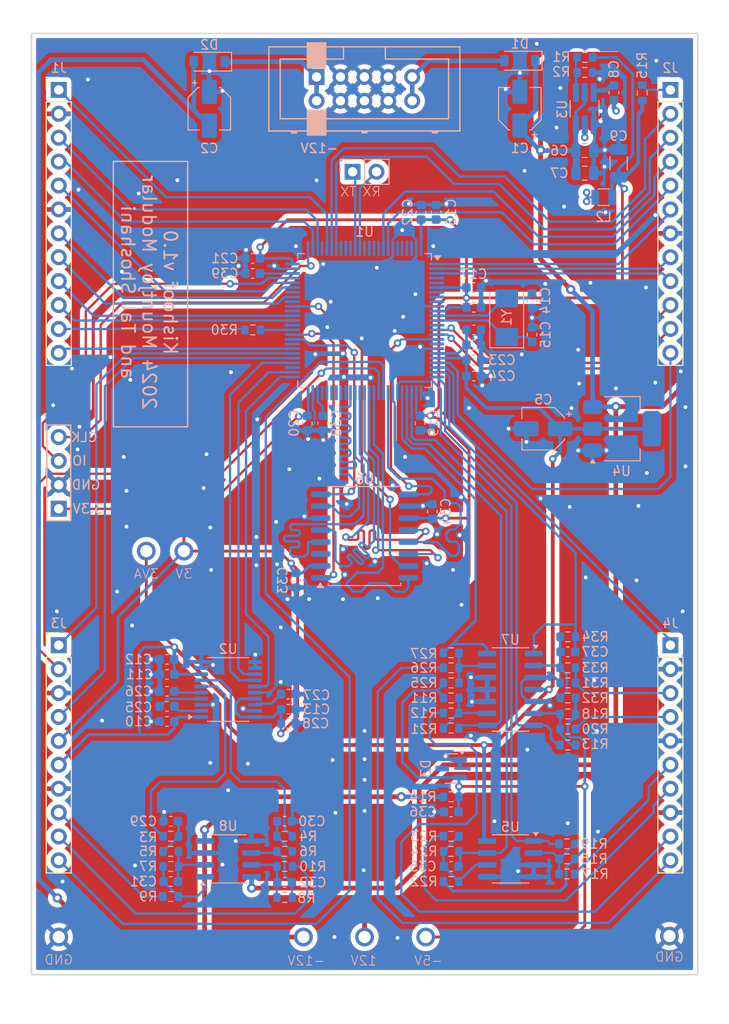
<source format=kicad_pcb>
(kicad_pcb (version 20240108) (generator "pcbnew") (generator_version "8.0")
  (layers (0 "F.Cu" signal) (1 "In1.Cu" signal) (2 "In2.Cu" signal) (31 "B.Cu" signal) (34 "B.Paste" user) (35 "F.Paste" user) (36 "B.SilkS" user "B.Silkscreen") (37 "F.SilkS" user "F.Silkscreen") (38 "B.Mask" user) (39 "F.Mask" user) (44 "Edge.Cuts" user))
  (net 0 "")
  (net 1 "+12V")
  (net 2 "GND")
  (net 3 "-12V")
  (net 4 "+3.3VA")
  (net 5 "/VSW")
  (net 6 "/CB")
  (net 7 "+3.3V")
  (net 8 "Net-(U2-CAPM)")
  (net 9 "Net-(U2-CAPP)")
  (net 10 "Net-(U2-VNEG)")
  (net 11 "Net-(U2-LDOO)")
  (net 12 "Net-(C29-Pad1)")
  (net 13 "Net-(C30-Pad1)")
  (net 14 "Net-(C31-Pad1)")
  (net 15 "Net-(C32-Pad1)")
  (net 16 "/+12V_IN")
  (net 17 "/-12V_IN")
  (net 18 "/FB")
  (net 19 "/Pitch_CV_Scaled")
  (net 20 "/AudioIn")
  (net 21 "/VcaCV")
  (net 23 "/Ext_Audio_In")
  (net 24 "/Wavetable_Pos_A_Trm")
  (net 25 "/DAC_BCLK")
  (net 26 "/OCTOSPIM_P1_IO6")
  (net 27 "/Wavetable_Pos_A_Pot")
  (net 28 "/OCTOSPIM_P1_IO3")
  (net 29 "Net-(U1-PH0)")
  (net 30 "/OCTOSPIM_P1_IO5")
  (net 31 "/OCTOSPIM_P1_IO4")
  (net 32 "/OCTOSPIM_P1_DQS")
  (net 33 "/OCTOSPIM_P1_IO7")
  (net 36 "/OCTOSPIM_P1_CLK")
  (net 40 "/SWCLK")
  (net 42 "/WarpCV")
  (net 44 "/OCTOSPIM_P1_IO0")
  (net 45 "/OCTOSPIM_P1_IO2")
  (net 46 "/SWIO")
  (net 48 "/Wavetable_Pos_B_Pot")
  (net 51 "/OCTOSPIM_P1_NCS")
  (net 53 "/DAC_LRCLK")
  (net 54 "/DAC_DATA")
  (net 55 "/OCTOSPIM_P1_IO1")
  (net 57 "Net-(U1-PH1)")
  (net 67 "/-5V_REF")
  (net 68 "/WavetablePosB_CV")
  (net 69 "/Mode")
  (net 70 "/Warp_Amt_Pot")
  (net 71 "/LCD_RESET")
  (net 72 "/Pitch_CV_In")
  (net 73 "/Warp_Amt_Trm")
  (net 74 "/LED_Oct_B")
  (net 75 "/Wavetable_Pos_B_CV_In")
  (net 76 "/LCD_DC")
  (net 77 "/Warp_Type_Pot")
  (net 78 "/WavetablePosA_CV")
  (net 79 "/Wavetable_Pos_A_CV_In")
  (net 80 "Net-(U7D--)")
  (net 81 "Net-(U5A--)")
  (net 82 "Net-(U8A--)")
  (net 83 "/Encoder_Up")
  (net 84 "/USB_DM")
  (net 85 "/LCD_SPI3_MOSI")
  (net 86 "/DAC_Out_L")
  (net 87 "/DAC_Out_R")
  (net 88 "Net-(U7A--)")
  (net 89 "Net-(U7B--)")
  (net 90 "/Warp_CV_In")
  (net 91 "/LCD_SPI3_SCK")
  (net 92 "/LCD_SPI3_SS")
  (net 93 "/USB_VBUS")
  (net 94 "Net-(U8B--)")
  (net 95 "Net-(U5B--)")
  (net 96 "Net-(U7C--)")
  (net 97 "/Encoder_Down")
  (net 98 "/USB_DP")
  (net 99 "Net-(C38-Pad1)")
  (net 100 "/Warp_Polarity_Btn")
  (net 101 "Net-(C39-Pad1)")
  (net 102 "/B_Octave_Btn")
  (net 103 "/ChB_RM")
  (net 111 "/Audio_Out_R")
  (net 112 "/Audio_Out_L")
  (net 113 "/Encoder_Btn")
  (net 114 "/ChB_Mix")
  (net 115 "/VCA_CV_In")
  (net 116 "/Octave_Up")
  (net 117 "/Octave_Down")
  (net 118 "/UART_TX")
  (net 119 "/UART_RX")
  (net 120 "/LCD_Backlight")
  (net 121 "/LED_Oct_B_Out")
  (footprint "Connector_PinHeader_2.54mm:PinHeader_1x12_P2.54mm_Vertical" (layer "F.Cu") (at 123 45)
    (property "Reference" "J2")
    (property "Value" "Conn_01x12_Pin")
  )
  (footprint "Connector_PinHeader_2.54mm:PinHeader_1x10_P2.54mm_Vertical" (layer "F.Cu") (at 123 104)
    (property "Reference" "J4")
    (property "Value" "Conn_01x10_Pin")
  )
  (footprint "Connector_PinHeader_2.54mm:PinHeader_1x12_P2.54mm_Vertical" (layer "F.Cu") (at 58 45)
    (property "Reference" "J1")
    (property "Value" "Conn_01x12_Pin")
  )
  (footprint "Connector_PinHeader_2.54mm:PinHeader_1x10_P2.54mm_Vertical" (layer "F.Cu") (at 58 104)
    (property "Reference" "J3")
    (property "Value" "Conn_01x10_Pin")
  )
  (footprint "Package_TO_SOT_SMD:SOT-23" (layer "B.Cu") (at 99.7 117.1 180)
    (property "Reference" "D3")
    (property "Value" "LM4040DBZ-5")
  )
  (footprint "Capacitor_SMD:C_0603_1608Metric" (layer "B.Cu") (at 98.1 58 -90)
    (property "Reference" "C16")
    (property "Value" "4.7uF")
  )
  (footprint "Capacitor_SMD:C_0603_1608Metric" (layer "B.Cu") (at 78.6 62.9)
    (property "Reference" "C21")
    (property "Value" "100nF")
  )
  (footprint "Capacitor_SMD:CP_Elec_4x5.8" (layer "B.Cu") (at 107 47 90)
    (property "Reference" "C1")
    (property "Value" "47uF")
  )
  (footprint "Capacitor_SMD:C_0603_1608Metric" (layer "B.Cu") (at 96.5 58 -90)
    (property "Reference" "C22")
    (property "Value" "100nF")
  )
  (footprint "Capacitor_SMD:C_0603_1608Metric" (layer "B.Cu") (at 69.5 107.1 180)
    (property "Reference" "C11")
    (property "Value" "100nF")
  )
  (footprint "Capacitor_SMD:C_0603_1608Metric" (layer "B.Cu") (at 82 129.2)
    (property "Reference" "C32")
    (property "Value" "100pF")
  )
  (footprint "Capacitor_SMD:C_1206_3216Metric" (layer "B.Cu") (at 117.5 52.8 90)
    (property "Reference" "C9")
    (property "Value" "47uF")
  )
  (footprint "Resistor_SMD:R_0603_1608Metric" (layer "B.Cu") (at 99.7 108 180)
    (property "Reference" "R25")
    (property "Value" "75k")
  )
  (footprint "Capacitor_SMD:C_0603_1608Metric" (layer "B.Cu") (at 84.4 80.4 90)
    (property "Reference" "C20")
    (property "Value" "100nF")
  )
  (footprint "Resistor_SMD:R_0603_1608Metric" (layer "B.Cu") (at 78.6 70.5 180)
    (property "Reference" "R30")
    (property "Value" "1k")
  )
  (footprint "Resistor_SMD:R_0603_1608Metric" (layer "B.Cu") (at 69.9 124.3 180)
    (property "Reference" "R3")
    (property "Value" "1k")
  )
  (footprint "Capacitor_SMD:C_0603_1608Metric" (layer "B.Cu") (at 69.9 129.1)
    (property "Reference" "C31")
    (property "Value" "100pF")
  )
  (footprint "Custom_Footprints:1.3mm_Test_Point" (layer "B.Cu") (at 122.9 134.9 180)
    (property "Reference" "TP8" (hide yes))
    (property "Value" "TestPoint")
  )
  (footprint "Capacitor_SMD:CP_Elec_4x5.8" (layer "B.Cu") (at 74 47 -90)
    (property "Reference" "C2")
    (property "Value" "22uF")
  )
  (footprint "Crystal:Crystal_SMD_Abracon_ABM3-2Pin_5.0x3.2mm" (layer "B.Cu") (at 105.6 69.2 90)
    (property "Reference" "Y1")
    (property "Value" "8MHz 20pF")
  )
  (footprint "Resistor_SMD:R_0603_1608Metric" (layer "B.Cu") (at 82 125.9)
    (property "Reference" "R6")
    (property "Value" "15k")
  )
  (footprint "Custom_Footprints:1.3mm_Test_Point" (layer "B.Cu") (at 67.3 94 180)
    (property "Reference" "TP6" (hide yes))
    (property "Value" "TestPoint")
  )
  (footprint "Package_TO_SOT_SMD:TSOT-23-6_HandSoldering" (layer "B.Cu") (at 113.9 47 90)
    (property "Reference" "U3")
    (property "Value" "TPS561201")
  )
  (footprint "Capacitor_SMD:C_0603_1608Metric" (layer "B.Cu") (at 69.5 105.5 180)
    (property "Reference" "C12")
    (property "Value" "10uF")
  )
  (footprint "Package_SO:SOIC-16W_7.5x10.3mm_P1.27mm" (layer "B.Cu") (at 90.5 92.4)
    (property "Reference" "U6")
    (property "Value" "MX25LM51245G")
  )
  (footprint "Resistor_SMD:R_0603_1608Metric" (layer "B.Cu") (at 82 124.3)
    (property "Reference" "R4")
    (property "Value" "1k")
  )
  (footprint "Resistor_SMD:R_0603_1608Metric" (layer "B.Cu") (at 99.7 120.1)
    (property "Reference" "R14")
    (property "Value" "2k2")
  )
  (footprint "Resistor_SMD:R_0603_1608Metric" (layer "B.Cu") (at 113.9 41.55 180)
    (property "Reference" "R1")
    (property "Value" "33k")
  )
  (footprint "Resistor_SMD:R_0603_1608Metric" (layer "B.Cu") (at 99.7 124.3 180)
    (property "Reference" "R23")
    (property "Value" "82k")
  )
  (footprint "Resistor_SMD:R_0603_1608Metric" (layer "B.Cu") (at 82 130.8)
    (property "Reference" "R8")
    (property "Value" "47k")
  )
  (footprint "Resistor_SMD:R_0603_1608Metric" (layer "B.Cu") (at 99.7 125.9 180)
    (property "Reference" "R24")
    (property "Value" "47k")
  )
  (footprint "Resistor_SMD:R_0603_1608Metric" (layer "B.Cu") (at 112.1 112.9)
    (property "Reference" "R20")
    (property "Value" "82k")
  )
  (footprint "Diode_SMD:D_SOD-123" (layer "B.Cu") (at 107 41.9 180)
    (property "Reference" "D1")
    (property "Value" "1N5819")
  )
  (footprint "Package_SO:SOIC-8_3.9x4.9mm_P1.27mm" (layer "B.Cu") (at 76 126.7)
    (property "Reference" "U8")
    (property "Value" "TL072")
  )
  (footprint "Resistor_SMD:R_0603_1608Metric" (layer "B.Cu") (at 112.1 109.6)
    (property "Reference" "R32")
    (property "Value" "20k")
  )
  (footprint "Resistor_SMD:R_0603_1608Metric" (layer "B.Cu") (at 99.7 129.1 180)
    (property "Reference" "R22")
    (property "Value" "75k")
  )
  (footprint "Resistor_SMD:R_0603_1608Metric" (layer "B.Cu") (at 99.7 109.6 180)
    (property "Reference" "R11")
    (property "Value" "75k")
  )
  (footprint "Capacitor_SMD:C_0603_1608Metric" (layer "B.Cu") (at 82.4 109.2 180)
    (property "Reference" "C27")
    (property "Value" "100nF")
  )
  (footprint "Capacitor_SMD:C_0603_1608Metric" (layer "B.Cu") (at 102.1 72.1 180)
    (property "Reference" "C4" (hide yes))
    (property "Value" "100nF")
  )
  (footprint "Capacitor_SMD:C_0603_1608Metric" (layer "B.Cu") (at 69.5 110.5 180)
    (property "Reference" "C25")
    (property "Value" "2.2uF")
  )
  (footprint "Resistor_SMD:R_0603_1608Metric" (layer "B.Cu") (at 112 128.3)
    (property "Reference" "R17")
    (property "Value" "82k")
  )
  (footprint "Capacitor_SMD:C_0805_2012Metric" (layer "B.Cu") (at 113.9 51.45)
    (property "Reference" "C6")
    (property "Value" "10uF")
  )
  (footprint "Capacitor_SMD:C_0603_1608Metric" (layer "B.Cu") (at 78.6 64.5 180)
    (property "Reference" "C39")
    (property "Value" "2.2uF")
  )
  (footprint "Capacitor_SMD:C_0603_1608Metric" (layer "B.Cu") (at 82 122.7)
    (property "Reference" "C30")
    (property "Value" "2.2nF")
  )
  (footprint "Capacitor_SMD:C_0603_1608Metric" (layer "B.Cu") (at 83.2 97.1 -90)
    (property "Reference" "C33")
    (property "Value" "100nF")
  )
  (footprint "Custom_Footprints:1.3mm_Test_Point" (layer "B.Cu") (at 71.3 94 180)
    (property "Reference" "TP5" (hide yes))
    (property "Value" "TestPoint")
  )
  (footprint "Capacitor_SMD:C_0603_1608Metric" (layer "B.Cu") (at 102.1 73.7 180)
    (property "Reference" "C23")
    (property "Value" "100nF")
  )
  (footprint "Resistor_SMD:R_0603_1608Metric" (layer "B.Cu") (at 99.7 112.8 180)
    (property "Reference" "R21")
    (property "Value" "47k")
  )
  (footprint "Capacitor_SMD:C_0603_1608Metric" (layer "B.Cu") (at 69.9 122.7 180)
    (property "Reference" "C29")
    (property "Value" "2.2nF")
  )
  (footprint "Connector_PinHeader_2.54mm:PinHeader_1x02_P2.54mm_Vertical" (layer "B.Cu") (at 89.225 53.7 -90)
    (property "Reference" "J7" (hide yes))
    (property "Value" "Conn_01x02_Pin")
  )
  (footprint "Capacitor_SMD:C_0603_1608Metric" (layer "B.Cu") (at 69.5 112.1 180)
    (property "Reference" "C10")
    (property "Value" "100nF")
  )
  (footprint "Custom_Footprints:1.3mm_Test_Point" (layer "B.Cu") (at 90.5 135 180)
    (property "Reference" "TP2" (hide yes))
    (property "Value" "TestPoint")
  )
  (footprint "Resistor_SMD:R_0603_1608Metric" (layer "B.Cu") (at 112.1 108 180)
    (property "Reference" "R31")
    (property "Value" "100k")
  )
  (footprint "Capacitor_SMD:C_0603_1608Metric" (layer "B.Cu") (at 69.5 108.9 180)
    (property "Reference" "C26")
    (property "Value" "2.2uF")
  )
  (footprint "Capacitor_SMD:C_0603_1608Metric" (layer "B.Cu") (at 108.3 71 90)
    (property "Reference" "C15")
    (property "Value" "30pF")
  )
  (footprint "Capacitor_SMD:C_0603_1608Metric" (layer "B.Cu") (at 99.7 127.5 180)
    (property "Reference" "C35")
    (property "Value" "2.2nF")
  )
  (footprint "Package_QFP:LQFP-100_14x14mm_P0.5mm" (layer "B.Cu") (at 90.5 69.5 180)
    (property "Reference" "U1")
    (property "Value" "STM32H7B0VBTx")
  )
  (footprint "Capacitor_SMD:C_0603_1608Metric" (layer "B.Cu") (at 102.1 75.4 180)
    (property "Reference" "C24")
    (property "Value" "1uF")
  )
  (footprint "Package_SO:SOIC-8_3.9x4.9mm_P1.27mm" (layer "B.Cu") (at 106 126.7 180)
    (property "Reference" "U5")
    (property "Value" "MCP6002")
  )
  (footprint "Package_SO:TSSOP-20_4.4x6.5mm_P0.65mm" (layer "B.Cu") (at 76 108.7)
    (property "Reference" "U2")
    (property "Value" "PCM5100APW")
  )
  (footprint "Resistor_SMD:R_0603_1608Metric" (layer "B.Cu") (at 112 125.1)
    (property "Reference" "R19")
    (property "Value" "47k")
  )
  (footprint "Resistor_SMD:R_0603_1608Metric" (layer "B.Cu") (at 69.9 125.9 180)
    (property "Reference" "R5")
    (property "Value" "15k")
  )
  (footprint "Resistor_SMD:R_0603_1608Metric" (layer "B.Cu") (at 99.7 111.2 180)
    (property "Reference" "R12")
    (property "Value" "82k")
  )
  (footprint "Custom_Footprints:1.3mm_Test_Point" (layer "B.Cu") (at 84 135 180)
    (property "Reference" "TP3" (hide yes))
    (property "Value" "TestPoint")
  )
  (footprint "Resistor_SMD:R_0603_1608Metric" (layer "B.Cu") (at 99.7 104.8)
    (property "Reference" "R27")
    (property "Value" "47k")
  )
  (footprint "Resistor_SMD:R_0603_1608Metric" (layer "B.Cu") (at 113.9 43.15)
    (property "Reference" "R2")
    (property "Value" "10k")
  )
  (footprint "Resistor_SMD:R_0603_1608Metric" (layer "B.Cu") (at 82 127.5)
    (property "Reference" "R10")
    (property "Value" "1k")
  )
  (footprint "Capacitor_SMD:C_0603_1608Metric" (layer "B.Cu") (at 82.4 112.3)
    (property "Reference" "C28")
    (property "Value" "10uF")
  )
  (footprint "Capacitor_SMD:C_0603_1608Metric" (layer "B.Cu") (at 97.7 89.8 90)
    (property "Reference" "C34")
    (property "Value" "100nF")
  )
  (footprint "Package_SO:SO-14_3.9x8.65mm_P1.27mm" (layer "B.Cu") (at 106 108.7 180)
    (property "Reference" "U7")
    (property "Value" "MCP6004")
  )
  (footprint "Capacitor_SMD:C_0603_1608Metric" (layer "B.Cu") (at 102.1 68.1 180)
    (property "Reference" "C18" (hide yes))
    (property "Value" "100nF")
  )
  (footprint "Custom_Footprints:1.3mm_Test_Point" (layer "B.Cu") (at 97 135 180)
    (property "Reference" "TP7" (hide yes))
    (property "Value" "TestPoint")
  )
  (footprint "Capacitor_SMD:C_0603_1608Metric" (layer "B.Cu") (at 86.05 80.4 -90)
    (property "Reference" "C38")
    (property "Value" "2.2uF")
  )
  (footprint "Capacitor_SMD:C_0603_1608Metric" (layer "B.Cu") (at 96.4 80.4 90)
    (property "Reference" "C19")
    (property "Value" "100nF")
  )
  (footprint "Capacitor_SMD:C_0603_1608Metric" (layer "B.Cu") (at 99.7 121.7)
    (property "Reference" "C36")
    (property "Value" "100nF")
  )
  (footprint "Capacitor_SMD:C_0603_1608Metric" (layer "B.Cu") (at 82.4 110.8)
    (property "Reference" "C13")
    (property "Value" "100nF")
  )
  (footprint "Resistor_SMD:R_0603_1608Metric" (layer "B.Cu") (at 112.1 111.3)
    (property "Reference" "R18")
    (property "Value" "75k")
  )
  (footprint "Capacitor_SMD:CP_Elec_4x5.8" (layer "B.Cu") (at 109.475 81 180)
    (property "Reference" "C5")
    (property "Value" "22uF")
  )
  (footprint "Resistor_SMD:R_0603_1608Metric" (layer "B.Cu") (at 112.1 114.6)
    (property "Reference" "R13")
    (property "Value" "47k")
  )
  (footprint "Custom_Footprints:Eurorack_10_pin_header" (layer "B.Cu") (at 85.4 43.625)
    (property "Reference" "J5" (hide yes))
    (property "Value" "Eurorack_10_pin_power")
  )
  (footprint "Resistor_SMD:R_0603_1608Metric" (layer "B.Cu") (at 99.7 106.4 180)
    (property "Reference" "R26")
    (property "Value" "82k")
  )
  (footprint "Resistor_SMD:R_0603_1608Metric" (layer "B.Cu") (at 112.1 103.1 180)
    (property "Reference" "R34")
    (property "Value" "6k8")
  )
  (footprint "Custom_Footprints:1.3mm_Test_Point" (layer "B.Cu") (at 58 135 180)
    (property "Reference" "TP4" (hide yes))
    (property "Value" "TestPoint")
  )
  (footprint "Capacitor_SMD:C_0805_2012Metric" (layer "B.Cu") (at 113.9 53.85)
    (property "Reference" "C7")
    (property "Value" "10uF")
  )
  (footprint "Resistor_SMD:R_0603_1608Metric" (layer "B.Cu") (at 112 126.7)
    (property "Reference" "R16")
    (property "Value" "75k")
  )
  (footprint "Capacitor_SMD:C_0603_1608Metric" (layer "B.Cu") (at 112.1 104.7 180)
    (property "Reference" "C37")
    (property "Value" "2.2nF")
  )
  (footprint "Resistor_SMD:R_0603_1608Metric" (layer "B.Cu") (at 112.1 106.4)
    (property "Reference" "R33")
    (property "Value" "33k")
  )
  (footprint "Resistor_SMD:R_0603_1608Metric" (layer "B.Cu") (at 69.9 130.7 180)
    (property "Reference" "R9")
    (property "Value" "1k")
  )
  (footprint "Capacitor_SMD:C_0603_1608Metric" (layer "B.Cu") (at 102.1 66 180)
    (property "Reference" "C17")
    (property "Value" "100nF")
  )
  (footprint "Resistor_SMD:R_0603_1608Metric" (layer "B.Cu") (at 69.9 127.5)
    (property "Reference" "R7")
    (property "Value" "47k")
  )
  (footprint "Custom_Footprints:SWD_header" (layer "B.Cu") (at 58 89.5 90)
    (property "Reference" "J6" (hide yes))
    (property "Value" "SWD_Header")
  )
  (footprint "Capacitor_SMD:C_0603_1608Metric" (layer "B.Cu") (at 117 45.3 90)
    (property "Reference" "C8")
    (property "Value" "100nF")
  )
  (footprint "Resistor_SMD:R_0603_1608Metric" (layer "B.Cu") (at 120 45.3 90)
    (property "Reference" "R15")
    (property "Value" "22")
  )
  (footprint "Diode_SMD:D_SOD-123" (layer "B.Cu") (at 74 42 180)
    (property "Reference" "D2")
    (property "Value" "1N5819")
  )
  (footprint "Capacitor_SMD:C_0603_1608Metric" (layer "B.Cu") (at 108.3 67.4 -90)
    (property "Reference" "C14")
    (property "Value" "30pF")
  )
  (footprint "Custom_Footprints:L_0806" (layer "B.Cu") (at 115.9 56.4)
    (property "Reference" "L2")
    (property "Value" "3.3uH")
  )
  (footprint "Package_TO_SOT_SMD:SOT-223-3_TabPin2" (layer "B.Cu") (at 117.875 81)
    (property "Reference" "U4")
    (property "Value" "LT1117-3.3")
  )
  (footprint "Capacitor_SMD:C_0603_1608Metric" (layer "B.Cu") (at 102.1 70.5 180)
    (property "Reference" "C3" (hide yes))
    (property "Value" "1uF")
  )
  (gr_rect (start 63.8 52.6) (end 71.7 80.8) (stroke (width 0.15)) (fill none) (layer "B.SilkS"))
  (gr_rect (start 55.1 39) (end 125.9 139) (stroke (width 0.15)) (fill none) (layer "Edge.Cuts"))
  (gr_text "3VA" (at 67.3 97 0) (layer "B.SilkS") (effects (font (size 1 1) (thickness 0.1)) (justify bottom mirror)))
  (gr_text "12V" (at 90.4 138.1 0) (layer "B.SilkS") (effects (font (size 1 1) (thickness 0.1)) (justify bottom mirror)))
  (gr_text "GND" (at 58 138 0) (layer "B.SilkS") (effects (font (size 1 1) (thickness 0.1)) (justify bottom mirror)))
  (gr_text "Kishoof v1.0\n2024 Mountjoy Modular\nand Tal Shoshani\n" (at 67.6 66.5 -90) (layer "B.SilkS") (effects (font (size 1.4 1.4) (thickness 0.2)) (justify mirror)))
  (gr_text "GND" (at 122.9 137.7 0) (layer "B.SilkS") (effects (font (size 1 1) (thickness 0.1)) (justify bottom mirror)))
  (gr_text "3V" (at 71.3 97 0) (layer "B.SilkS") (effects (font (size 1 1) (thickness 0.1)) (justify bottom mirror)))
  (gr_text "-12V" (at 84.3 138.1 0) (layer "B.SilkS") (effects (font (size 1 1) (thickness 0.1)) (justify bottom mirror)))
  (gr_text "-5V" (at 97.3 138.1 0) (layer "B.SilkS") (effects (font (size 1 1) (thickness 0.1)) (justify bottom mirror)))
  (gr_text "TX" (at 89.7 56.4 0) (layer "B.SilkS") (effects (font (size 1 1) (thickness 0.1)) (justify left bottom mirror)))
  (gr_text "RX" (at 92.3 56.4 0) (layer "B.SilkS") (effects (font (size 1 1) (thickness 0.1)) (justify left bottom mirror)))
  (segment (start 111.6 40.2) (end 109.2 42.6) (width 0.5) (layer "F.Cu") (net 1))
  (segment (start 125.15 75.65) (end 125.15 42.05) (width 0.5) (layer "F.Cu") (net 1))
  (segment (start 78.5 129.8) (end 94 129.8) (width 0.5) (layer "F.Cu") (net 1))
  (segment (start 96.3 127.5) (end 94 129.8) (width 0.5) (layer "F.Cu") (net 1))
  (segment (start 109.2 42.6) (end 109.2 51.399998) (width 0.5) (layer "F.Cu") (net 1))
  (segment (start 123.3 40.2) (end 111.6 40.2) (width 0.5) (layer "F.Cu") (net 1))
  (segment (start 117.2 78.65) (end 122.15 78.65) (width 0.5) (layer "F.Cu") (net 1))
  (segment (start 117.2 114.7) (end 115.2 116.7) (width 0.5) (layer "F.Cu") (net 1))
  (segment (start 109.2 63) (end 112.4 66.2) (width 0.5) (layer "F.Cu") (net 1))
  (segment (start 115.2 116.7) (end 98.9 116.7) (width 0.5) (layer "F.Cu") (net 1))
  (segment (start 96.3 119.3) (end 96.3 127.5) (width 0.5) (layer "F.Cu") (net 1))
  (segment (start 117.2 78.65) (end 117.2 114.7) (width 0.5) (layer "F.Cu") (net 1))
  (segment (start 109.2 51.399998) (end 109.2 63) (width 0.5) (layer "F.Cu") (net 1))
  (segment (start 122.15 78.65) (end 125.15 75.65) (width 0.5) (layer "F.Cu") (net 1))
  (segment (start 90.5 135) (end 90.5 129.8) (width 0.5) (layer "F.Cu") (net 1))
  (segment (start 98.9 116.7) (end 96.3 119.3) (width 0.5) (layer "F.Cu") (net 1))
  (segment (start 125.15 42.05) (end 123.3 40.2) (width 0.5) (layer "F.Cu") (net 1))
  (via (at 78.5 129.8) (size 1) (drill 0.5) (layers "F.Cu" "B.Cu") (net 1))
  (via (at 109.2 51.399998) (size 1) (drill 0.5) (layers "F.Cu" "B.Cu") (net 1))
  (via (at 117.2 78.65) (size 1) (drill 0.5) (layers "F.Cu" "B.Cu") (net 1))
  (via (at 112.4 66.2) (size 1) (drill 0.5) (layers "F.Cu" "B.Cu") (net 1))
  (segment (start 114.775 78.65) (end 117.2 78.65) (width 0.5) (layer "B.Cu") (net 1))
  (segment (start 112.9875 51.45) (end 112.9875 53.85) (width 0.75) (layer "B.Cu") (net 1))
  (segment (start 112.95 51.4125) (end 112.95 48.4) (width 0.5) (layer "B.Cu") (net 1))
  (segment (start 112.95 47.37) (end 113.9 46.42) (width 0.3) (layer "B.Cu") (net 1))
  (segment (start 109.15 51.45) (end 107 49.3) (width 0.5) (layer "B.Cu") (net 1))
  (segment (start 112.95 48.4) (end 112.95 47.37) (width 0.3) (layer "B.Cu") (net 1))
  (segment (start 107 49.3) (end 107 48.8) (width 0.5) (layer "B.Cu") (net 1))
  (segment (start 114.725 78.7) (end 114.725 68.525) (width 0.5) (layer "B.Cu") (net 1))
  (segment (start 108.7 47.125) (end 108.7 41.95) (width 0.5) (layer "B.Cu") (net 1))
  (segment (start 114.725 68.525) (end 112.4 66.2) (width 0.5) (layer "B.Cu") (net 1))
  (segment (start 107.35 48.475) (end 108.7 47.125) (width 0.5) (layer "B.Cu") (net 1))
  (segment (start 78.475 128.605) (end 78.475 129.775) (width 0.5) (layer "B.Cu") (net 1))
  (segment (start 109.15 51.45) (end 109.2 51.4) (width 0.5) (layer "B.Cu") (net 1))
  (segment (start 114.725 78.7) (end 114.775 78.65) (width 0.5) (layer "B.Cu") (net 1))
  (segment (start 109.2 51.4) (end 109.2 51.399998) (width 0.5) (layer "B.Cu") (net 1))
  (segment (start 78.475 129.775) (end 78.5 129.8) (width 0.5) (layer "B.Cu") (net 1))
  (segment (start 112.9875 51.45) (end 112.95 51.4125) (width 0.25) (layer "B.Cu") (net 1))
  (segment (start 108.7 41.95) (end 108.65 41.9) (width 0.5) (layer "B.Cu") (net 1))
  (segment (start 113.9 46.42) (end 113.9 45.7) (width 0.3) (layer "B.Cu") (net 1))
  (segment (start 112.95 51.45) (end 109.15 51.45) (width 0.5) (layer "B.Cu") (net 1))
  (via (at 93.5 87) (size 0.8) (drill 0.4) (layers "F.Cu" "B.Cu") (net 2))
  (via (at 110.2 110.4) (size 0.8) (drill 0.4) (layers "F.Cu" "B.Cu") (net 2))
  (via (at 90.5 113.1) (size 0.8) (drill 0.4) (layers "F.Cu" "B.Cu") (net 2))
  (via (at 120.5 85.7) (size 0.8) (drill 0.4) (layers "F.Cu" "B.Cu") (net 2))
  (via (at 67.7875 112.1) (size 0.8) (drill 0.4) (layers "F.Cu" "B.Cu") (net 2))
  (via (at 75.4 45.1) (size 0.8) (drill 0.4) (layers "F.Cu" "B.Cu") (net 2))
  (via (at 75.4 127.3) (size 0.8) (drill 0.4) (layers "F.Cu" "B.Cu") (net 2))
  (via (at 91.132788 75.575) (size 0.8) (drill 0.4) (layers "F.Cu" "B.Cu") (net 2))
  (via (at 67.7875 107.1) (size 0.8) (drill 0.4) (layers "F.Cu" "B.Cu") (net 2))
  (via (at 111.3 44.8) (size 0.8) (drill 0.4) (layers "F.Cu" "B.Cu") (net 2))
  (via (at 76.3 75) (size 0.8) (drill 0.4) (layers "F.Cu" "B.Cu") (net 2))
  (via (at 81.2 95.4) (size 0.8) (drill 0.4) (layers "F.Cu" "B.Cu") (net 2))
  (via (at 88.6 89) (size 0.8) (drill 0.4) (layers "F.Cu" "B.Cu") (net 2))
  (via (at 83.2 61.6) (size 0.8) (drill 0.4) (layers "F.Cu" "B.Cu") (net 2))
  (via (at 101.8 107.4) (size 0.8) (drill 0.4) (layers "F.Cu" "B.Cu") (net 2))
  (via (at 90.2 71.4) (size 0.8) (drill 0.4) (layers "F.Cu" "B.Cu") (net 2))
  (via (at 88.2 73) (size 0.8) (drill 0.4) (layers "F.Cu" "B.Cu") (net 2))
  (via (at 105.8 81) (size 0.8) (drill 0.4) (layers "F.Cu" "B.Cu") (net 2))
  (via (at 97.2 77.744436) (size 0.8) (drill 0.4) (layers "F.Cu" "B.Cu") (net 2))
  (via (at 66.1 127.4) (size 0.8) (drill 0.4) (layers "F.Cu" "B.Cu") (net 2))
  (via (at 97.625 81.41046) (size 0.8) (drill 0.4) (layers "F.Cu" "B.Cu") (net 2))
  (via (at 79 92.5) (size 0.8) (drill 0.4) (layers "F.Cu" "B.Cu") (net 2))
  (via (at 107.5 53.6) (size 0.8) (drill 0.4) (layers "F.Cu" "B.Cu") (net 2))
  (via (at 81.5875 107.9) (size 0.8) (drill 0.4) (layers "F.Cu" "B.Cu") (net 2))
  (via (at 111.7 57.4) (size 0.8) (drill 0.4) (layers "F.Cu" "B.Cu") (net 2))
  (via (at 114.9 107.7) (size 0.8) (drill 0.4) (layers "F.Cu" "B.Cu") (net 2))
  (via (at 103 76.4) (size 0.8) (drill 0.4) (layers "F.Cu" "B.Cu") (net 2))
  (via (at 102.3 71.3) (size 0.8) (drill 0.4) (layers "F.Cu" "B.Cu") (net 2))
  (via (at 107.2 73.1) (size 0.8) (drill 0.4) (layers "F.Cu" "B.Cu") (net 2))
  (via (at 97.9 121.7) (size 0.8) (drill 0.4) (layers "F.Cu" "B.Cu") (net 2))
  (via (at 76.8 124.8) (size 0.8) (drill 0.4) (layers "F.Cu" "B.Cu") (net 2))
  (via (at 120.4 66) (size 0.8) (drill 0.4) (layers "F.Cu" "B.Cu") (net 2))
  (via (at 99.9 96) (size 0.8) (drill 0.4) (layers "F.Cu" "B.Cu") (net 2))
  (via (at 91.6 95.1) (size 0.8) (drill 0.4) (layers "F.Cu" "B.Cu") (net 2))
  (via (at 85.4 54.6) (size 0.8) (drill 0.4) (layers "F.Cu" "B.Cu") (net 2))
  (via (at 115.6 48.35) (size 0.8) (drill 0.4) (layers "F.Cu" "B.Cu") (net 2))
  (via (at 73.4 87.3) (size 0.8) (drill 0.4) (layers "F.Cu" "B.Cu") (net 2))
  (via (at 112.1 122.9) (size 0.8) (drill 0.4) (layers "F.Cu" "B.Cu") (net 2))
  (via (at 84.6 99.1) (size 0.8) (drill 0.4) (layers "F.Cu" "B.Cu") (net 2))
  (via (at 66.5 56) (size 0.8) (drill 0.4) (layers "F.Cu" "B.Cu") (net 2))
  (via (at 110.9 49) (size 0.8) (drill 0.4) (layers "F.Cu" "B.Cu") (net 2))
  (via (at 74.2 96) (size 0.8) (drill 0.4) (layers "F.Cu" "B.Cu") (net 2))
  (via (at 65.6 75.8) (size 0.8) (drill 0.4) (layers "F.Cu" "B.Cu") (net 2))
  (via (at 81.1 90.9) (size 0.8) (drill 0.4) (layers "F.Cu" "B.Cu") (net 2))
  (via (at 67.7875 105.5) (size 0.8) (drill 0.4) (layers "F.Cu" "B.Cu") (net 2))
  (via (at 85.7 86.3) (size 0.8) (drill 0.4) (layers "F.Cu" "B.Cu") (net 2))
  (via (at 80.9 63.7) (size 0.8) (drill 0.4) (layers "F.Cu" "B.Cu") (net 2))
  (via (at 103.9 75.4) (size 0.8) (drill 0.4) (layers "F.Cu" "B.Cu") (net 2))
  (via (at 82.5 85.3) (size 0.8) (drill 0.4) (layers "F.Cu" "B.Cu") (net 2))
  (via (at 116.2 83.3) (size 0.8) (drill 0.4) (layers "F.Cu" "B.Cu") (net 2))
  (via (at 91.8 63.9) (size 0.8) (drill 0.4) (layers "F.Cu" "B.Cu") (net 2))
  (via (at 60.1 55.6) (size 0.8) (drill 0.4) (layers "F.Cu" "B.Cu") (net 2))
  (via (at 119.6 89.2) (size 0.8) (drill 0.4) (layers "F.Cu" "B.Cu") (net 2))
  (via (at 73.7 83.7) (size 0.8) (drill 0.4) (layers "F.Cu" "B.Cu") (net 2))
  (via (at 101.9 110) (size 0.8) (drill 0.4) (layers "F.Cu" "B.Cu") (net 2))
  (via (at 77.58474 110.738449) (size 0.8) (drill 0.4) (layers "F.Cu" "B.Cu") (net 2))
  (via (at 96.7 89.2) (size 0.8) (drill 0.4) (layers "F.Cu" "B.Cu") (net 2))
  (via (at 124.6 78.7) (size 0.8) (drill 0.4) (layers "F.Cu" "B.Cu") (net 2))
  (via (at 77.9 62) (size 0.8) (drill 0.4) (layers "F.Cu" "B.Cu") (net 2))
  (via (at 121.4 58.3) (size 0.8) (drill 0.4) (layers "F.Cu" "B.Cu") (net 2))
  (via (at 57.8 100.4) (size 0.8) (drill 0.4) (layers "F.Cu" "B.Cu") (net 2))
  (via (at 99.1 115.8) (size 0.8) (drill 0.4) (layers "F.Cu" "B.Cu") (net 2))
  (via (at 86.9 67.5) (size 0.8) (drill 0.4) (layers "F.Cu" "B.Cu") (net 2))
  (via (at 94.8 84) (size 0.8) (drill 0.4) (layers "F.Cu" "B.Cu") (net 2))
  (via (at 58.4 129.1) (size 0.8) (drill 0.4) (layers "F.Cu" "B.Cu") (net 2))
  (via (at 84.5 82.1) (size 0.8) (drill 0.4) (layers "F.Cu" "B.Cu") (net 2))
  (via (at 116.1 58) (size 0.8) (drill 0.4) (layers "F.Cu" "B.Cu") (net 2))
  (via (at 99.2 57.1) (size 0.8) (drill 0.4) (layers "F.Cu" "B.Cu") (net 2))
  (via (at 64.9 84) (size 0.8) (drill 0.4) (layers "F.Cu" "B.Cu") (net 2))
  (via (at 119.4 97.1) (size 0.8) (drill 0.4) (layers "F.Cu" "B.Cu") (net 2))
  (via (at 88.2 99.1) (size 0.8) (drill 0.4) (layers "F.Cu" "B.Cu") (net 2))
  (via (at 101.8 113.6) (size 0.8) (drill 0.4) (layers "F.Cu" "B.Cu") (net 2))
  (via (at 77.1 63.7) (size 0.8) (drill 0.4) (layers "F.Cu" "B.Cu") (net 2))
  (via (at 100.6 92.3) (size 0.8) (drill 0.4) (layers "F.Cu" "B.Cu") (net 2))
  (via (at 67.7875 108.9) (size 0.8) (drill 0.4) (layers "F.Cu" "B.Cu") (net 2))
  (via (at 98.2 92.2) (size 0.8) (drill 0.4) (layers "F.Cu" "B.Cu") (net 2))
  (via (at 95.9 66.7) (size 0.8) (drill 0.4) (layers "F.Cu" "B.Cu") (net 2))
  (via (at 115.2 113.1) (size 0.8) (drill 0.4) (layers "F.Cu" "B.Cu") (net 2))
  (via (at 65.2 91.4) (size 0.8) (drill 0.4) (layers "F.Cu" "B.Cu") (net 2))
  (via (at 85.26562 73.079949) (size 0.8) (drill 0.4) (layers "F.Cu" "B.Cu") (net 2))
  (via (at 74 43) (size 0.8) (drill 0.4) (layers "F.Cu" "B.Cu") (net 2))
  (via (at 64.7 64.3) (size 0.8) (drill 0.4) (layers "F.Cu" "B.Cu") (net 2))
  (via (at 112.5 78.8) (size 0.8) (drill 0.4) (layers "F.Cu" "B.Cu") (net 2))
  (via (at 93.7 70.6) (size 0.8) (drill 0.4) (layers "F.Cu" "B.Cu") (net 2))
  (via (at 112.3 89.3) (size 0.8) (drill 0.4) (layers "F.Cu" "B.Cu") (net 2))
  (via (at 97.1 95.3) (size 0.8) (drill 0.4) (layers "F.Cu" "B.Cu") (net 2))
  (via (at 86.537742 70.202464) (size 0.8) (drill 0.4) (layers "F.Cu" "B.Cu") (net 2))
  (via (at 115.488603 43.838603) (size 0.8) (drill 0.4) (layers "F.Cu" "B.Cu") (net 2))
  (via (at 87.3 135) (size 0.8) (drill 0.4) (layers "F.Cu" "B.Cu") (net 2))
  (via (at 90.5 118.3) (size 0.8) (drill 0.4) (layers "F.Cu" "B.Cu") (net 2))
  (via (at 76 119.4) (size 0.8) (drill 0.4) (layers "F.Cu" "B.Cu") (net 2))
  (via (at 57.4 78.5) (size 0.8) (drill 0.4) (layers "F.Cu" "B.Cu") (net 2))
  (via (at 90.5 116.1) (size 0.8) (drill 0.4) (layers "F.Cu" "B.Cu") (net 2))
  (via (at 70.6 54.6) (size 0.8) (drill 0.4) (layers "F.Cu" "B.Cu") (net 2))
  (via (at 103.4 65.275) (size 0.8) (drill 0.4) (layers "F.Cu" "B.Cu") (net 2))
  (via (at 88.2 93.8) (size 0.8) (drill 0.4) (layers "F.Cu" "B.Cu") (net 2))
  (via (at 74.1 91.5) (size 0.8) (drill 0.4) (layers "F.Cu" "B.Cu") (net 2))
  (via (at 124.6 85) (size 0.8) (drill 0.4) (layers "F.Cu" "B.Cu") (net 2))
  (via (at 59.4 74.6) (size 0.8) (drill 0.4) (layers "F.Cu" "B.Cu") (net 2))
  (via (at 91.9 99) (size 0.8) (drill 0.4) (layers "F.Cu" "B.Cu") (net 2))
  (via (at 78.1 116.6) (size 0.8) (drill 0.4) (layers "F.Cu" "B.Cu") (net 2))
  (via (at 100.8 99.7) (size 0.8) (drill 0.4) (layers "F.Cu" "B.Cu") (net 2))
  (via (at 79.1 80) (size 0.8) (drill 0.4) (layers "F.Cu" "B.Cu") (net 2))
  (via (at 115.6 47.25) (size 0.8) (drill 0.4) (layers "F.Cu" "B.Cu") (net 2))
  (via (at 106.8 128) (size 0.8) (drill 0.4) (layers "F.Cu" "B.Cu") (net 2))
  (via (at 88.4 96.5) (size 0.8) (drill 0.4) (layers "F.Cu" "B.Cu") (net 2))
  (via (at 113.2 83.3) (size 0.8) (drill 0.4) (layers "F.Cu" "B.Cu") (net 2))
  (via (at 115.3 123.8) (size 0.8) (drill 0.4) (layers "F.Cu" "B.Cu") (net 2))
  (via (at 82.3 99.1) (size 0.8) (drill 0.4) (layers "F.Cu" "B.Cu") (net 2))
  (via (at 87.1 116.2) (size 0.8) (drill 0.4) (layers "F.Cu" "B.Cu") (net 2))
  (via (at 60.2 80.8) (size 0.8) (drill 0.4) (layers "F.Cu" "B.Cu") (net 2))
  (via (at 96.4 72.3) (size 0.8) (drill 0.4) (layers "F.Cu" "B.Cu") (net 2))
  (via (at 74.1 116.5) (size 0.8) (drill 0.4) (layers "F.Cu" "B.Cu") (net 2))
  (via (at 116 53.15) (size 0.8) (drill 0.4) (layers "F.Cu" "B.Cu") (net 2))
  (via (at 114 96.8) (size 0.8) (drill 0.4) (layers "F.Cu" "B.Cu") (net 2))
  (via (at 124.3 100.4) (size 0.8) (drill 0.4) (layers "F.Cu" "B.Cu") (net 2))
  (via (at 86.1 63.5) (size 0.8) (drill 0.4) (layers "F.Cu" "B.Cu") (net 2))
  (via (at 81.6 102.1) (size 0.8) (drill 0.4) (layers "F.Cu" "B.Cu") (net 2))
  (via (at 100.744839 88.270107) (size 0.8) (drill 0.4) (layers "F.Cu" "B.Cu") (net 2))
  (via (at 121.5 41.9) (size 0.8) (drill 0.4) (layers "F.Cu" "B.Cu") (net 2))
  (via (at 74.3875 110.3) (size 0.8) (drill 0.4) (layers "F.Cu" "B.Cu") (net 2))
  (via (at 117.2 76.7) (size 0.8) (drill 0.4) (layers "F.Cu" "B.Cu") (net 2))
  (via (at 109.7 65.6) (size 0.8) (drill 0.4) (layers "F.Cu" "B.Cu") (net 2))
  (via (at 94 135.1) (size 0.8) (drill 0.4) (layers "F.Cu" "B.Cu") (net 2))
  (via (at 69.2 121.7) (size 0.8) (drill 0.4) (layers "F.Cu" "B.Cu") (net 2))
  (via (at 104.3 122.7) (size 0.8) (drill 0.4) (layers "F.Cu" "B.Cu") (net 2))
  (via (at 108.8 40.1) (size 0.8) (drill 0.4) (layers "F.Cu" "B.Cu") (net 2))
  (via (at 114.5 65.5) (size 0.8) (drill 0.4) (layers "F.Cu" "B.Cu") (net 2))
  (via (at 90.5 121.6) (size 0.8) (drill 0.4) (layers "F.Cu" "B.Cu") (net 2))
  (via (at 90.4 127.9) (size 0.8) (drill 0.4) (layers "F.Cu" "B.Cu") (net 2))
  (via (at 94.6 69.1) (size 0.8) (drill 0.4) (layers "F.Cu" "B.Cu") (net 2))
  (via (at 113.3 76.2) (size 0.8) (drill 0.4) (layers "F.Cu" "B.Cu") (net 2))
  (via (at 94.5 59.9) (size 0.8) (drill 0.4) (layers "F.Cu" "B.Cu") (net 2))
  (via (at 79 95.5) (size 0.8) (drill 0.4) (layers "F.Cu" "B.Cu") (net 2))
  (via (at 124.1 74.9) (size 0.8) (drill 0.4) (layers "F.Cu" "B.Cu") (net 2))
  (via (at 87.4 121.8) (size 0.8) (drill 0.4) (layers "F.Cu" "B.Cu") (net 2))
  (via (at 108.300002 69.199998) (size 0.8) (drill 0.4) (layers "F.Cu" "B.Cu") (net 2))
  (via (at 105.5 44.925) (size 0.8) (drill 0.4) (layers "F.Cu" "B.Cu") (net 2))
  (via (at 116.036397 51.386397) (size 0.8) (drill 0.4) (layers "F.Cu" "B.Cu") (net 2))
  (via (at 107 43.2) (size 0.8) (drill 0.4) (layers "F.Cu" "B.Cu") (net 2))
  (via (at 97.8 61.6) (size 0.8) (drill 0.4) (layers "F.Cu" "B.Cu") (net 2))
  (via (at 60 83.2) (size 0.8) (drill 0.4) (layers "F.Cu" "B.Cu") (net 2))
  (via (at 95.2 57.1) (size 0.8) (drill 0.4) (layers "F.Cu" "B.Cu") (net 2))
  (via (at 121.4 76.1) (size 0.8) (drill 0.4) (layers "F.Cu" "B.Cu") (net 2))
  (via (at 61.1 43.9) (size 0.8) (drill 0.4) (layers "F.Cu" "B.Cu") (net 2))
  (via (at 88.3 75.5) (size 0.8) (drill 0.4) (layers "F.Cu" "B.Cu") (net 2))
  (via (at 84.1 90.3) (size 0.8) (drill 0.4) (layers "F.Cu" "B.Cu") (net 2))
  (via (at 107.8 115.1) (size 0.8) (drill 0.4) (layers "F.Cu" "B.Cu") (net 2))
  (via (at 107.7 82.4) (size 0.8) (drill 0.4) (layers "F.Cu" "B.Cu") (net 2))
  (via (at 74.3875 106.1) (size 0.8) (drill 0.4) (layers "F.Cu" "B.Cu") (net 2))
  (via (at 65.8 101.9) (size 0.8) (drill 0.4) (layers "F.Cu" "B.Cu") (net 2))
  (via (at 62.6 112) (size 0.8) (drill 0.4) (layers "F.Cu" "B.Cu") (net 2))
  (via (at 113.2 72.6) (size 0.8) (drill 0.4) (layers "F.Cu" "B.Cu") (net 2))
  (via (at 78.8875 105) (size 0.8) (drill 0.4) (layers "F.Cu" "B.Cu") (net 2))
  (via (at 101.6 78.8) (size 0.8) (drill 0.4) (layers "F.Cu" "B.Cu") (net 2))
  (via (at 65.2 87.6) (size 0.8) (drill 0.4) (layers "F.Cu" "B.Cu") (net 2))
  (via (at 109.2 88.4) (size 0.8) (drill 0.4) (layers "F.Cu" "B.Cu") (net 2))
  (via (at 86.1 82.2) (size 0.8) (drill 0.4) (layers "F.Cu" "B.Cu") (net 2))
  (via (at 63.5 73.4) (size 0.8) (drill 0.4) (layers "F.Cu" "B.Cu") (net 2))
  (via (at 64.2 98.3) (size 0.8) (drill 0.4) (layers "F.Cu" "B.Cu") (net 2))
  (segment (start 93.5 78.042764) (end 93.7 78.242764) (width 0.25) (layer "B.Cu") (net 2))
  (segment (start 85.2 80.375) (end 84.4 81.175) (width 0.25) (layer "B.Cu") (net 2))
  (segment (start 93.5 61.825) (end 93.5 60.9) (width 0.25) (layer "B.Cu") (net 2))
  (segment (start 93.5 77.175) (end 93.5 75.2) (width 0.25) (layer "B.Cu") (net 2))
  (segment (start 85 77.175) (end 85 78.965948) (width 0.25) (layer "B.Cu") (net 2))
  (segment (start 108.475 109.97) (end 107.87 109.97) (width 0.25) (layer "B.Cu") (net 2))
  (segment (start 102.875 66) (end 102.875 65.8) (width 0.5) (layer "B.Cu") (net 2))
  (segment (start 93.5 61.825) (end 93.5 62.692764) (width 0.25) (layer "B.Cu") (net 2))
  (segment (start 108.3 70.225) (end 108.3 69.2) (width 0.25) (layer "B.Cu") (net 2))
  (segment (start 107.87 109.97) (end 107.175 109.275) (width 0.25) (layer "B.Cu") (net 2))
  (segment (start 107.67 107.43) (end 108.475 107.43) (width 0.25) (layer "B.Cu") (net 2))
  (segment (start 110.705 107.43) (end 111.275 108) (width 0.3) (layer "B.Cu") (net 2))
  (segment (start 78.85 109.025) (end 80.4625 109.025) (width 0.25) (layer "B.Cu") (net 2))
  (segment (start 108.3 68.175) (end 108.3 69.199996) (width 0.25) (layer "B.Cu") (net 2))
  (segment (start 102.875 68.1) (end 102.875 66) (width 0.5) (layer "B.Cu") (net 2))
  (segment (start 102.875 72.1) (end 103.875 73.1) (width 0.25) (layer "B.Cu") (net 2))
  (segment (start 92.3 63.4) (end 91.8 63.9) (width 0.25) (layer "B.Cu") (net 2))
  (segment (start 103.625 65.5) (end 104 65.5) (width 0.5) (layer "B.Cu") (net 2))
  (segment (start 85 78.965948) (end 85.2 79.165948) (width 0.25) (layer "B.Cu") (net 2))
  (segment (start 103.4 65.275) (end 103.625 65.5) (width 0.5) (layer "B.Cu") (net 2))
  (segment (start 85.85 90.495) (end 84.295 90.495) (width 0.25) (layer "B.Cu") (net 2))
  (segment (start 93.5 75.2) (end 96.4 72.3) (width 0.25) (layer "B.Cu") (net 2))
  (segment (start 98.175 68) (end 95.7 68) (width 0.25) (layer "B.Cu") (net 2))
  (segment (start 102.875 65.8) (end 103.4 65.275) (width 0.5) (layer "B.Cu") (net 2))
  (segment (start 95.292764 63.4) (end 92.3 63.4) (width 0.25) (layer "B.Cu") (net 2))
  (segment (start 80.4625 109.025) (end 81.5875 107.9) (width 0.25) (layer "B.Cu") (net 2))
  (segment (start 108.3 69.199996) (end 108.300002 69.199998) (width 0.25) (layer "B.Cu") (net 2))
  (segment (start 93.092764 63.1) (end 92.6 63.1) (width 0.25) (layer "B.Cu") (net 2))
  (segment (start 96 60.957236) (end 94.942764 59.9) (width 0.25) (layer "B.Cu") (net 2))
  (segment (start 93.7 78.242764) (end 93.7 82.9) (width 0.25) (layer "B.Cu") (net 2))
  (segment (start 81.2 64) (end 80.9 63.7) (width 0.25) (layer "B.Cu") (net 2))
  (segment (start 98.175 72.5) (end 96.6 72.5) (width 0.25) (layer "B.Cu") (net 2))
  (segment (start 96.6 72.5) (end 96.4 72.3) (width 0.25) (layer "B.Cu") (net 2))
  (segment (start 107.175 107.925) (end 107.67 107.43) (width 0.25) (layer "B.Cu") (net 2))
  (segment (start 96 61.825) (end 96 60.957236) (width 0.25) (layer "B.Cu") (net 2))
  (segment (start 92.6 63.1) (end 91.8 63.9) (width 0.25) (layer "B.Cu") (net 2))
  (segment (start 96 61.825) (end 96 62.692764) (width 0.25) (layer "B.Cu") (net 2))
  (segment (start 93.5 60.9) (end 94.5 59.9) (width 0.25) (layer "B.Cu") (net 2))
  (segment (start 94.942764 59.9) (end 94.5 59.9) (width 0.25) (layer "B.Cu") (net 2))
  (segment (start 107.175 109.275) (end 107.175 107.925) (width 0.25) (layer "B.Cu") (net 2))
  (segment (start 93.5 77.175) (end 93.5 78.042764) (width 0.25) (layer "B.Cu") (net 2))
  (segment (start 84.295 90.495) (end 84.1 90.3) (width 0.25) (layer "B.Cu") (net 2))
  (segment (start 73.125 106.425) (end 74.3875 106.1) (width 0.25) (layer "B.Cu") (net 2))
  (segment (start 108.475 107.43) (end 110.705 107.43) (width 0.3) (layer "B.Cu") (net 2))
  (segment (start 103.875 73.1) (end 107.2 73.1) (width 0.25) (layer "B.Cu") (net 2))
  (segment (start 96 62.692764) (end 95.292764 63.4) (width 0.25) (layer "B.Cu") (net 2))
  (segment (start 85.2 79.165948) (end 85.2 80.375) (width 0.25) (layer "B.Cu") (net 2))
  (segment (start 93.5 62.692764) (end 93.092764 63.1) (width 0.25) (layer "B.Cu") (net 2))
  (segment (start 96.5 77.175) (end 97.069436 77.744436) (width 0.25) (layer "B.Cu") (net 2))
  (segment (start 82.825 64) (end 81.2 64) (width 0.25) (layer "B.Cu") (net 2))
  (segment (start 74.3875 110.3) (end 74.3625 110.325) (width 0.25) (layer "B.Cu") (net 2))
  (segment (start 97.069436 77.744436) (end 97.2 77.744436) (width 0.25) (layer "B.Cu") (net 2))
  (segment (start 93.7 82.9) (end 94.8 84) (width 0.25) (layer "B.Cu") (net 2))
  (segment (start 95.7 68) (end 94.6 69.1) (width 0.25) (layer "B.Cu") (net 2))
  (segment (start 108.3 69.2) (end 108.300002 69.199998) (width 0.25) (layer "B.Cu") (net 2))
  (segment (start 73.125 110.325) (end 74.3875 110.3) (width 0.25) (layer "B.Cu") (net 2))
  (segment (start 78.85 110.975) (end 77.821291 110.975) (width 0.25) (layer "B.Cu") (net 2))
  (segment (start 77.821291 110.975) (end 77.58474 110.738449) (width 0.25) (layer "B.Cu") (net 2))
  (segment (start 62 135) (end 84 135) (width 0.5) (layer "F.Cu") (net 3))
  (segment (start 73.5 123.6) (end 73.5 134.9) (width 0.5) (layer "F.Cu") (net 3))
  (segment (start 77 120.1) (end 94.4 120.1) (width 0.5) (layer "F.Cu") (net 3))
  (segment (start 77 120.1) (end 73.5 123.6) (width 0.5) (layer "F.Cu") (net 3))
  (segment (start 73.5 134.9) (end 73.6 135) (width 0.5) (layer "F.Cu") (net 3))
  (segment (start 57.850001 130.850001) (end 62 135) (width 0.5) (layer "F.Cu") (net 3))
  (via (at 94.4 120.1) (size 1) (drill 0.5) (layers "F.Cu" "B.Cu") (net 3))
  (via (at 73.5 123.6) (size 1) (drill 0.5) (layers "F.Cu" "B.Cu") (net 3))
  (via (at 57.850001 130.850001) (size 1) (drill 0.5) (layers "F.Cu" "B.Cu") (net 3))
  (segment (start 73.5 124.77) (end 73.525 124.795) (width 0.5) (layer "B.Cu") (net 3))
  (segment (start 57.2 41.8) (end 55.85 43.15) (width 0.5) (layer "B.Cu") (net 3))
  (segment (start 94.5 120.1) (end 94.4 120) (width 0.5) (layer "B.Cu") (net 3))
  (segment (start 73.5 123.6) (end 73.5 124.77) (width 0.5) (layer "B.Cu") (net 3))
  (segment (start 55.85 128.85) (end 57.850001 130.850001) (width 0.5) (layer "B.Cu") (net 3))
  (segment (start 67 41.8) (end 57.2 41.8) (width 0.5) (layer "B.Cu") (net 3))
  (segment (start 74 48.8) (end 67 41.8) (width 0.5) (layer "B.Cu") (net 3))
  (segment (start 98.875 120.1) (end 94.5 120.1) (width 0.5) (layer "B.Cu") (net 3))
  (segment (start 72.35 42) (end 72.35 47.15) (width 0.5) (layer "B.Cu") (net 3))
  (segment (start 55.85 43.15) (end 55.85 128.85) (width 0.5) (layer "B.Cu") (net 3))
  (segment (start 72.35 47.15) (end 74 48.8) (width 0.5) (layer "B.Cu") (net 3))
  (segment (start 75.9875 109.9) (end 75.9875 112.4875) (width 0.4) (layer "F.Cu") (net 4))
  (segment (start 110.5 84.2) (end 110.5 108.3) (width 0.4) (layer "F.Cu") (net 4))
  (segment (start 67.3 101.1875) (end 67.2875 101.2) (width 0.3) (layer "F.Cu") (net 4))
  (segment (start 67.2875 101.2) (end 70.2875 104.2) (width 0.3) (layer "F.Cu") (net 4))
  (segment (start 70.2875 104.2) (end 75.9875 109.9) (width 0.4) (layer "F.Cu") (net 4))
  (segment (start 110.5 108.3) (end 110.1 108.7) (width 0.4) (layer "F.Cu") (net 4))
  (segment (start 67.3 94) (end 67.3 101.1875) (width 0.3) (layer "F.Cu") (net 4))
  (segment (start 110.1 108.7) (end 104.2 114.6) (width 0.4) (layer "F.Cu") (net 4))
  (segment (start 104.2 114.6) (end 103.2 114.6) (width 0.4) (layer "F.Cu") (net 4))
  (segment (start 75.9875 112.4875) (end 78.1 114.6) (width 0.4) (layer "F.Cu") (net 4))
  (segment (start 78.1 114.6) (end 103.2 114.6) (width 0.4) (layer "F.Cu") (net 4))
  (via (at 70.2875 104.2) (size 0.8) (drill 0.4) (layers "F.Cu" "B.Cu") (net 4))
  (via (at 110.5 84.2) (size 0.8) (drill 0.4) (layers "F.Cu" "B.Cu") (net 4))
  (via (at 110.1 108.7) (size 0.8) (drill 0.4) (layers "F.Cu" "B.Cu") (net 4))
  (via (at 103.2 114.6) (size 0.8) (drill 0.4) (layers "F.Cu" "B.Cu") (net 4))
  (segment (start 66.5875 113.5) (end 67.2875 113.5) (width 0.3) (layer "B.Cu") (net 4))
  (segment (start 110.1 108.7) (end 108.475 108.7) (width 0.4) (layer "B.Cu") (net 4))
  (segment (start 61.2 113.5) (end 69.5875 113.5) (width 0.3) (layer "B.Cu") (net 4))
  (segment (start 66.5875 104.7) (end 66.5875 113.5) (width 0.3) (layer "B.Cu") (net 4))
  (segment (start 109.075 78.8) (end 103.442462 78.8) (width 0.4) (layer "B.Cu") (net 4))
  (segment (start 61.2 113.5) (end 58 116.7) (width 0.3) (layer "B.Cu") (net 4))
  (segment (start 70.2875 105.4875) (end 70.275 105.5) (width 0.4) (layer "B.Cu") (net 4))
  (segment (start 67.0875 104.2) (end 66.5875 104.7) (width 0.3) (layer "B.Cu") (net 4))
  (segment (start 101.325 73.6) (end 101.325 75.3) (width 0.3) (layer "B.Cu") (net 4))
  (segment (start 103.442462 78.8) (end 101.325 76.682538) (width 0.4) (layer "B.Cu") (net 4))
  (segment (start 70.275 105.675) (end 70.45 105.5) (width 0.3) (layer "B.Cu") (net 4))
  (segment (start 70.75 111.625) (end 70.275 112.1) (width 0.3) (layer "B.Cu") (net 4))
  (segment (start 70.275 112.8125) (end 69.5875 113.5) (width 0.3) (layer "B.Cu") (net 4))
  (segment (start 73.125 111.625) (end 70.75 111.625) (width 0.3) (layer "B.Cu") (net 4))
  (segment (start 70.2875 104.2) (end 70.2875 105.4875) (width 0.4) (layer "B.Cu") (net 4))
  (segment (start 111.275 81) (end 109.075 78.8) (width 0.4) (layer "B.Cu") (net 4))
  (segment (start 70.2875 104.2) (end 67.0875 104.2) (width 0.3) (layer "B.Cu") (net 4))
  (segment (start 114.725 81) (end 121.025 81) (width 0.4) (layer "B.Cu") (net 4))
  (segment (start 101.325 70.5) (end 101.325 72.1) (width 0.3) (layer "B.Cu") (net 4))
  (segment (start 111.275 81) (end 114.725 81) (width 0.4) (layer "B.Cu") (net 4))
  (segment (start 70.275 112.1) (end 70.275 112.8125) (width 0.3) (layer "B.Cu") (net 4))
  (segment (start 100.425 73) (end 101.325 72.1) (width 0.3) (layer "B.Cu") (net 4))
  (segment (start 98.175 73) (end 100.425 73) (width 0.3) (layer "B.Cu") (net 4))
  (segment (start 73.125 107.075) (end 70.5 107.075) (width 0.3) (layer "B.Cu") (net 4))
  (segment (start 101.325 72.1) (end 101.325 73.7) (width 0.3) (layer "B.Cu") (net 4))
  (segment (start 70.275 107.3) (end 70.275 105.675) (width 0.3) (layer "B.Cu") (net 4))
  (segment (start 111.275 83.425) (end 110.5 84.2) (width 0.4) (layer "B.Cu") (net 4))
  (segment (start 98.175 73.5) (end 101.125 73.5) (width 0.3) (layer "B.Cu") (net 4))
  (segment (start 101.325 76.682538) (end 101.325 75.4) (width 0.4) (layer "B.Cu") (net 4))
  (segment (start 103.525 124.795) (end 103.199999 124.469999) (width 0.4) (layer "B.Cu") (net 4))
  (segment (start 103.199999 124.469999) (end 103.2 114.6) (width 0.4) (layer "B.Cu") (net 4))
  (segment (start 70.5 107.075) (end 70.275 107.3) (width 0.3) (layer "B.Cu") (net 4))
  (segment (start 101.125 73.5) (end 101.325 73.7) (width 0.3) (layer "B.Cu") (net 4))
  (segment (start 111.275 81) (end 111.275 83.425) (width 0.4) (layer "B.Cu") (net 4))
  (via (at 114.1 56.85) (size 0.8) (drill 0.4) (layers "F.Cu" "B.Cu") (net 5))
  (via (at 117.232353 47.232353) (size 0.8) (drill 0.4) (layers "F.Cu" "B.Cu") (net 5))
  (via (at 113.9 50.05) (size 0.8) (drill 0.4) (layers "F.Cu" "B.Cu") (net 5))
  (via (at 114.1 55.9) (size 0.8) (drill 0.4) (layers "F.Cu" "B.Cu") (net 5))
  (segment (start 117 46.075) (end 117 47) (width 0.5) (layer "B.Cu") (net 5))
  (segment (start 114.1 56.4) (end 115 56.4) (width 0.25) (layer "B.Cu") (net 5))
  (segment (start 117 47) (end 117.232353 47.232353) (width 0.5) (layer "B.Cu") (net 5))
  (segment (start 113.9 48.4) (end 113.9 49.6) (width 0.25) (layer "B.Cu") (net 5))
  (segment (start 116.172793 45.05) (end 116.747793 44.475) (width 0.5) (layer "B.Cu") (net 6))
  (segment (start 114.85 45.25) (end 115.05 45.05) (width 0.5) (layer "B.Cu") (net 6))
  (segment (start 116.747793 44.475) (end 117 44.475) (width 0.5) (layer "B.Cu") (net 6))
  (segment (start 115.05 45.05) (end 116.172793 45.05) (width 0.5) (layer "B.Cu") (net 6))
  (segment (start 83.4 79.7) (end 73.59 89.51) (width 0.25) (layer "F.Cu") (net 7))
  (segment (start 81.5875 113.4) (end 83.3875 111.6) (width 0.3) (layer "F.Cu") (net 7))
  (segment (start 82.3 58.8) (end 79.4 61.7) (width 0.3) (layer "F.Cu") (net 7))
  (segment (start 83.3875 111.6) (end 83.3875 100.5) (width 0.3) (layer "F.Cu") (net 7))
  (segment (start 97.8 100.5) (end 101.6 96.7) (width 0.3) (layer "F.Cu") (net 7))
  (segment (start 83.3875 100.5) (end 97.8 100.5) (width 0.3) (layer "F.Cu") (net 7))
  (segment (start 98.4 78.7) (end 97.5 79.6) (width 0.3) (layer "F.Cu") (net 7))
  (segment (start 117.9 55.7) (end 117.9 66.6) (width 0.3) (layer "F.Cu") (net 7))
  (segment (start 118.1 55.5) (end 117.9 55.7) (width 0.3) (layer "F.Cu") (net 7))
  (segment (start 117.9 66.6) (end 117.4 67.1) (width 0.3) (layer "F.Cu") (net 7))
  (segment (start 101.6 96.7) (end 101.6 83.2) (width 0.3) (layer "F.Cu") (net 7))
  (segment (start 73.59 89.51) (end 71.2 89.51) (width 0.25) (layer "F.Cu") (net 7))
  (segment (start 71.3 89.61) (end 71.2 89.51) (width 0.3) (layer "F.Cu") (net 7))
  (segment (start 97.5 79.6) (end 97.7 79.8) (width 0.3) (layer "F.Cu") (net 7))
  (segment (start 97.7 79.8) (end 98.2 79.8) (width 0.3) (layer "F.Cu") (net 7))
  (segment (start 99.6 58.8) (end 82.3 58.8) (width 0.3) (layer "F.Cu") (net 7))
  (segment (start 71.3 94) (end 71.3 89.61) (width 0.3) (layer "F.Cu") (net 7))
  (segment (start 99.1 67.1) (end 98.4 67.8) (width 0.3) (layer "F.Cu") (net 7))
  (segment (start 83.3875 95.9875) (end 82.7 95.3) (width 0.3) (layer "F.Cu") (net 7))
  (segment (start 98.4 67.8) (end 98.4 78.7) (width 0.3) (layer "F.Cu") (net 7))
  (segment (start 101.325 60.625) (end 101.325 67.1) (width 0.3) (layer "F.Cu") (net 7))
  (segment (start 71.2 89.51) (end 57.9 89.51) (width 0.25) (layer "F.Cu") (net 7))
  (segment (start 101.6 90.5) (end 99.1 90.5) (width 0.3) (layer "F.Cu") (net 7))
  (segment (start 83.3875 100.5) (end 83.3875 95.9875) (width 0.3) (layer "F.Cu") (net 7))
  (segment (start 117.4 67.1) (end 101.325 67.1) (width 0.3) (layer "F.Cu") (net 7))
  (segment (start 98.2 79.8) (end 101.6 83.2) (width 0.3) (layer "F.Cu") (net 7))
  (segment (start 101.325 67.1) (end 99.1 67.1) (width 0.3) (layer "F.Cu") (net 7))
  (segment (start 83.5 79.7) (end 83.4 79.7) (width 0.25) (layer "F.Cu") (net 7))
  (segment (start 71.3 94) (end 81.4 94) (width 0.3) (layer "F.Cu") (net 7))
  (segment (start 99.6 58.9) (end 101.325 60.625) (width 0.3) (layer "F.Cu") (net 7))
  (segment (start 81.4 94) (end 82.7 95.3) (width 0.3) (layer "F.Cu") (net 7))
  (segment (start 99.6 58.8) (end 99.6 58.9) (width 0.3) (layer "F.Cu") (net 7))
  (via (at 81.5875 113.4) (size 0.8) (drill 0.4) (layers "F.Cu" "B.Cu") (net 7))
  (via (at 99.6 58.8) (size 0.8) (drill 0.4) (layers "F.Cu" "B.Cu") (net 7))
  (via (at 99.1 90.5) (size 0.8) (drill 0.4) (layers "F.Cu" "B.Cu") (net 7))
  (via (at 83.5 79.7) (size 0.8) (drill 0.4) (layers "F.Cu" "B.Cu") (net 7))
  (via (at 101.325 67.1) (size 0.8) (drill 0.4) (layers "F.Cu" "B.Cu") (net 7))
  (via (at 97.5 79.6) (size 0.8) (drill 0.4) (layers "F.Cu" "B.Cu") (net 7))
  (via (at 118.1 55.5) (size 0.8) (drill 0.4) (layers "F.Cu" "B.Cu") (net 7))
  (via (at 79.4 61.7) (size 0.8) (drill 0.4) (layers "F.Cu" "B.Cu") (net 7))
  (via (at 82.7 95.3) (size 0.8) (drill 0.4) (layers "F.Cu" "B.Cu") (net 7))
  (segment (start 99.07812 68.5) (end 99.47812 68.1) (width 0.3) (layer "B.Cu") (net 7))
  (segment (start 116.8 54.9625) (end 116.8125 54.9625) (width 0.4) (layer "B.Cu") (net 7))
  (segment (start 99.6 58.8) (end 98.125 58.8) (width 0.3) (layer "B.Cu") (net 7))
  (segment (start 119 51.9) (end 117.5 53.4) (width 0.3) (layer "B.Cu") (net 7))
  (segment (start 84.5 79.525) (end 84.4 79.625) (width 0.25) (layer "B.Cu") (net 7))
  (segment (start 83.2 96.325) (end 83.875 96.325) (width 0.3) (layer "B.Cu") (net 7))
  (segment (start 84.5 77.175) (end 84.5 79.525) (width 0.25) (layer "B.Cu") (net 7))
  (segment (start 101.325 66) (end 101.325 67.1) (width 0.3) (layer "B.Cu") (net 7))
  (segment (start 82.6 62.9) (end 79.475 62.9) (width 0.3) (layer "B.Cu") (net 7))
  (segment (start 76.814247 110.173253) (end 76.814247 111.120856) (width 0.3) (layer "B.Cu") (net 7))
  (segment (start 96.425 79.6) (end 96.4 79.625) (width 0.3) (layer "B.Cu") (net 7))
  (segment (start 96 77.175) (end 96 79.225) (width 0.25) (layer "B.Cu") (net 7))
  (segment (start 120 47.2) (end 120 46.125) (width 0.4) (layer "B.Cu") (net 7))
  (segment (start 98.175 68.5) (end 99.07812 68.5) (width 0.3) (layer "B.Cu") (net 7))
  (segment (start 96 79.225) (end 96.4 79.625) (width 0.25) (layer "B.Cu") (net 7))
  (segment (start 79.4 62.925) (end 79.425 62.95) (width 0.3) (layer "B.Cu") (net 7))
  (segment (start 82.7 95.3) (end 82.7 95.825) (width 0.3) (layer "B.Cu") (net 7))
  (segment (start 79.475 62.9) (end 79.425 62.95) (width 0.3) (layer "B.Cu") (net 7))
  (segment (start 116.8125 54.9625) (end 117.5 54.275) (width 0.4) (layer "B.Cu") (net 7))
  (segment (start 77.3125 109.675) (end 76.814247 110.173253) (width 0.3) (layer "B.Cu") (net 7))
  (segment (start 98.1 58.775) (end 96.5 58.775) (width 0.3) (layer "B.Cu") (net 7))
  (segment (start 119 43.3) (end 119 51.9) (width 0.3) (layer "B.Cu") (net 7))
  (segment (start 99.095 90.495) (end 99.1 90.5) (width 0.3) (layer "B.Cu") (net 7))
  (segment (start 117.5 54.275) (end 117.5 54.9) (width 0.4) (layer "B.Cu") (net 7))
  (segment (start 64.3 101) (end 71.3 94) (width 0.3) (layer "B.Cu") (net 7))
  (segment (start 116.8 54.9625) (end 116.8 56.4) (width 0.4) (layer "B.Cu") (net 7))
  (segment (start 84.4 79.625) (end 83.575 79.625) (width 0.25) (layer "B.Cu") (net 7))
  (segment (start 64.3 107.86) (end 64.3 101) (width 0.3) (layer "B.Cu") (net 7))
  (segment (start 97.5 79.6) (end 96.425 79.6) (width 0.3) (layer "B.Cu") (net 7))
  (segment (start 83.575 79.625) (end 83.5 79.7) (width 0.25) (layer "B.Cu") (net 7))
  (segment (start 118.125 54.275) (end 119.6 52.8) (width 0.4) (layer "B.Cu") (net 7))
  (segment (start 117.5 54.275) (end 118.125 54.275) (width 0.4) (layer "B.Cu") (net 7))
  (segment (start 84.625 95.575) (end 85.85 95.575) (width 0.3) (layer "B.Cu") (net 7))
  (segment (start 81.6125 113.375) (end 81.5875 113.4) (width 0.3) (layer "B.Cu") (net 7))
  (segment (start 79.4 61.7) (end 79.4 62.925) (width 0.3) (layer "B.Cu") (net 7))
  (segment (start 83.875 96.325) (end 84.625 95.575) (width 0.3) (layer "B.Cu") (net 7))
  (segment (start 119.6 52.8) (end 119.6 47.6) (width 0.4) (layer "B.Cu") (net 7))
  (segment (start 82.7 95.825) (end 83.2 96.325) (width 0.3) (layer "B.Cu") (net 7))
  (segment (start 80.8 111.625) (end 81.6125 110.8125) (width 0.3) (layer "B.Cu") (net 7))
  (segment (start 76.814247 111.120856) (end 77.318391 111.625) (width 0.3) (layer "B.Cu") (net 7))
  (segment (start 117.25 41.55) (end 119 43.3) (width 0.3) (layer "B.Cu") (net 7))
  (segment (start 82.825 63.125) (end 82.6 62.9) (width 0.3) (layer "B.Cu") (net 7))
  (segment (start 81.6125 110.8125) (end 81.6125 113.375) (width 0.3) (layer "B.Cu") (net 7))
  (segment (start 98.175 66) (end 101.325 66) (width 0.3) (layer "B.Cu") (net 7))
  (segment (start 119.6 47.6) (end 120 47.2) (width 0.4) (layer "B.Cu") (net 7))
  (segment (start 117.5 54.9) (end 118.1 55.5) (width 0.4) (layer "B.Cu") (net 7))
  (segment (start 96.5 61.825) (end 96.5 58.775) (width 0.3) (layer "B.Cu") (net 7))
  (segment (start 78.85 109.675) (end 77.3125 109.675) (width 0.3) (layer "B.Cu") (net 7))
  (segment (start 58 114.16) (end 64.3 107.86) (width 0.3) (layer "B.Cu") (net 7))
  (segment (start 117.5 53.4) (end 117.5 54.275) (width 0.3) (layer "B.Cu") (net 7))
  (segment (start 98.125 58.8) (end 98.1 58.775) (width 0.3) (layer "B.Cu") (net 7))
  (segment (start 82.825 63.5) (end 82.825 63.125) (width 0.3) (layer "B.Cu") (net 7))
  (segment (start 95.15 90.495) (end 99.095 90.495) (width 0.3) (layer "B.Cu") (net 7))
  (segment (start 101.325 67.1) (end 101.325 68.1) (width 0.3) (layer "B.Cu") (net 7))
  (segment (start 114.725 41.55) (end 117.25 41.55) (width 0.3) (layer "B.Cu") (net 7))
  (segment (start 77.318391 111.625) (end 80.8 111.625) (width 0.3) (layer "B.Cu") (net 7))
  (segment (start 99.47812 68.1) (end 101.325 68.1) (width 0.3) (layer "B.Cu") (net 7))
  (segment (start 73.125 109.675) (end 73.1 109.7) (width 0.25) (layer "B.Cu") (net 8))
  (segment (start 69.525 109.7) (end 68.725 110.5) (width 0.25) (layer "B.Cu") (net 8))
  (segment (start 73.1 109.7) (end 69.525 109.7) (width 0.25) (layer "B.Cu") (net 8))
  (segment (start 73.125 110.975) (end 70.75 110.975) (width 0.25) (layer "B.Cu") (net 9))
  (segment (start 70.75 110.975) (end 70.275 110.5) (width 0.25) (layer "B.Cu") (net 9))
  (segment (start 70.4 109.025) (end 70.275 108.9) (width 0.25) (layer "B.Cu") (net 10))
  (segment (start 73.125 109.025) (end 70.4 109.025) (width 0.25) (layer "B.Cu") (net 10))
  (segment (start 81.6125 109.2) (end 80.611903 110.200597) (width 0.25) (layer "B.Cu") (net 11))
  (segment (start 78.974403 110.200597) (end 78.85 110.325) (width 0.25) (layer "B.Cu") (net 11))
  (segment (start 80.611903 110.200597) (end 78.974403 110.200597) (width 0.25) (layer "B.Cu") (net 11))
  (segment (start 70.725 124.3) (end 70.725 122.75) (width 0.25) (layer "B.Cu") (net 12))
  (segment (start 70.725 122.75) (end 70.675 122.7) (width 0.25) (layer "B.Cu") (net 12))
  (segment (start 69.075 125.9) (end 69.125 125.9) (width 0.25) (layer "B.Cu") (net 12))
  (segment (start 69.125 125.9) (end 70.725 124.3) (width 0.25) (layer "B.Cu") (net 12))
  (segment (start 81.175 124.3) (end 81.175 122.75) (width 0.25) (layer "B.Cu") (net 13))
  (segment (start 82.825 125.9) (end 82.775 125.9) (width 0.25) (layer "B.Cu") (net 13))
  (segment (start 82.775 125.9) (end 81.175 124.3) (width 0.25) (layer "B.Cu") (net 13))
  (segment (start 81.175 122.75) (end 81.225 122.7) (width 0.25) (layer "B.Cu") (net 13))
  (segment (start 69.125 129.1) (end 69.125 127.55) (width 0.25) (layer "B.Cu") (net 14))
  (segment (start 73.525 128.605) (end 73.525 129.875) (width 0.25) (layer "B.Cu") (net 14))
  (segment (start 73.525 129.875) (end 72.7 130.7) (width 0.25) (layer "B.Cu") (net 14))
  (segment (start 72.7 130.7) (end 70.725 130.7) (width 0.25) (layer "B.Cu") (net 14))
  (segment (start 69.125 129.1) (end 70.725 130.7) (width 0.25) (layer "B.Cu") (net 14))
  (segment (start 69.125 127.55) (end 69.075 127.5) (width 0.25) (layer "B.Cu") (net 14))
  (segment (start 81.175 127.5) (end 81.175 129.15) (width 0.25) (layer "B.Cu") (net 15))
  (segment (start 81.01 127.335) (end 81.175 127.5) (width 0.25) (layer "B.Cu") (net 15))
  (segment (start 81.175 129.15) (end 81.225 129.2) (width 0.25) (layer "B.Cu") (net 15))
  (segment (start 81.175 129.25) (end 81.225 129.2) (width 0.25) (layer "B.Cu") (net 15))
  (segment (start 78.475 127.335) (end 81.01 127.335) (width 0.25) (layer "B.Cu") (net 15))
  (segment (start 81.175 130.8) (end 81.175 129.25) (width 0.25) (layer "B.Cu") (net 15))
  (segment (start 105.35 41.9) (end 97.285 41.9) (width 0.5) (layer "B.Cu") (net 16))
  (segment (start 95.56 43.625) (end 95.56 46.165) (width 0.5) (layer "B.Cu") (net 16))
  (segment (start 97.285 41.9) (end 95.56 43.625) (width 0.5) (layer "B.Cu") (net 16))
  (segment (start 85.4 43.625) (end 83.775 42) (width 0.5) (layer "B.Cu") (net 17))
  (segment (start 83.775 42) (end 75.65 42) (width 0.5) (layer "B.Cu") (net 17))
  (segment (start 85.4 43.625) (end 85.4 46.165) (width 0.5) (layer "B.Cu") (net 17))
  (segment (start 112.95 41.675) (end 113.075 41.55) (width 0.25) (layer "B.Cu") (net 18))
  (segment (start 112.95 45.7) (end 112.95 41.675) (width 0.25) (layer "B.Cu") (net 18))
  (segment (start 105.6 125.4325) (end 104.9675 126.065) (width 0.25) (layer "B.Cu") (net 19))
  (segment (start 100.525 125.9) (end 100.65 126.025) (width 0.25) (layer "B.Cu") (net 19))
  (segment (start 105.6 89.8) (end 105.6 125.4325) (width 0.25) (layer "B.Cu") (net 19))
  (segment (start 103.125 126.065) (end 100.69 126.065) (width 0.25) (layer "B.Cu") (net 19))
  (segment (start 95.5 81.834052) (end 95.851408 82.18546) (width 0.25) (layer "B.Cu") (net 19))
  (segment (start 95.851408 82.18546) (end 97.98546 82.18546) (width 0.25) (layer "B.Cu") (net 19))
  (segment (start 104.9675 126.065) (end 103.525 126.065) (width 0.25) (layer "B.Cu") (net 19))
  (segment (start 100.65 126.025) (end 100.65 127.45) (width 0.25) (layer "B.Cu") (net 19))
  (segment (start 100.69 126.065) (end 100.525 125.9) (width 0.25) (layer "B.Cu") (net 19))
  (segment (start 97.98546 82.18546) (end 105.6 89.8) (width 0.25) (layer "B.Cu") (net 19))
  (segment (start 95.5 77.175) (end 95.5 81.834052) (width 0.25) (layer "B.Cu") (net 19))
  (segment (start 98.175 75) (end 99.042764 75) (width 0.25) (layer "B.Cu") (net 20))
  (segment (start 99.042764 75) (end 99.5 75.457236) (width 0.25) (layer "B.Cu") (net 20))
  (segment (start 112.875 104.7) (end 112.875 103.15) (width 0.25) (layer "B.Cu") (net 20))
  (segment (start 112.925 94.225) (end 112.925 103.1) (width 0.25) (layer "B.Cu") (net 20))
  (segment (start 108.5 104.865) (end 108.5 102.9) (width 0.25) (layer "B.Cu") (net 20))
  (segment (start 108.5 102.9) (end 109.6 101.8) (width 0.25) (layer "B.Cu") (net 20))
  (segment (start 109.6 101.8) (end 112.925 101.8) (width 0.25) (layer "B.Cu") (net 20))
  (segment (start 108.475 104.89) (end 108.5 104.865) (width 0.25) (layer "B.Cu") (net 20))
  (segment (start 99.5 80.8) (end 112.925 94.225) (width 0.25) (layer "B.Cu") (net 20))
  (segment (start 99.5 75.457236) (end 99.5 80.8) (width 0.25) (layer "B.Cu") (net 20))
  (segment (start 94.5 82.106844) (end 94.5 77.175) (width 0.25) (layer "B.Cu") (net 21))
  (segment (start 99.8 103.875) (end 103.075 103.875) (width 0.25) (layer "B.Cu") (net 21))
  (segment (start 98.875 104.8) (end 102.3 101.375) (width 0.25) (layer "B.Cu") (net 21))
  (segment (start 103.525 104.325) (end 103.525 104.89) (width 0.25) (layer "B.Cu") (net 21))
  (segment (start 95.493156 83.1) (end 94.5 82.106844) (width 0.25) (layer "B.Cu") (net 21))
  (segment (start 96.9 83.1) (end 95.493156 83.1) (width 0.25) (layer "B.Cu") (net 21))
  (segment (start 103.075 103.875) (end 103.525 104.325) (width 0.25) (layer "B.Cu") (net 21))
  (segment (start 102.3 88.5) (end 96.9 83.1) (width 0.25) (layer "B.Cu") (net 21))
  (segment (start 102.3 101.375) (end 102.3 88.5) (width 0.25) (layer "B.Cu") (net 21))
  (segment (start 98.875 104.8) (end 99.8 103.875) (width 0.25) (layer "B.Cu") (net 21))
  (segment (start 123 109.08) (end 114.005 109.08) (width 0.25) (layer "B.Cu") (net 23))
  (segment (start 114.005 109.08) (end 112.925 108) (width 0.25) (layer "B.Cu") (net 23))
  (segment (start 112.925 108) (end 112.925 106.4) (width 0.25) (layer "B.Cu") (net 23))
  (segment (start 99.95 75.27084) (end 99.17916 74.5) (width 0.25) (layer "B.Cu") (net 24))
  (segment (start 99.17916 74.5) (end 98.175 74.5) (width 0.25) (layer "B.Cu") (net 24))
  (segment (start 123 103.463604) (end 99.95 80.413604) (width 0.25) (layer "B.Cu") (net 24))
  (segment (start 123 104) (end 123 103.463604) (width 0.25) (layer "B.Cu") (net 24))
  (segment (start 99.95 80.413604) (end 99.95 75.27084) (width 0.25) (layer "B.Cu") (net 24))
  (segment (start 78.85 107.075) (end 77.6625 107.075) (width 0.25) (layer "B.Cu") (net 25))
  (segment (start 77.1 106.5125) (end 77.1 78.2) (width 0.25) (layer "B.Cu") (net 25))
  (segment (start 77.6625 107.075) (end 77.1 106.5125) (width 0.25) (layer "B.Cu") (net 25))
  (segment (start 77.1 78.2) (end 80.3 75) (width 0.25) (layer "B.Cu") (net 25))
  (segment (start 80.3 75) (end 82.825 75) (width 0.25) (layer "B.Cu") (net 25))
  (segment (start 91.266701 91.8) (end 91.386701 91.8) (width 0.25) (layer "F.Cu") (net 26))
  (segment (start 90.066701 91.8) (end 90.186701 91.8) (width 0.25) (layer "F.Cu") (net 26))
  (segment (start 91.026701 93.51) (end 91.026701 92.04) (width 0.25) (layer "F.Cu") (net 26))
  (segment (start 96.1 92.8) (end 97 91.9) (width 0.25) (layer "F.Cu") (net 26))
  (segment (start 88.800002 92.8) (end 89.586701 92.8) (width 0.25) (layer "F.Cu") (net 26))
  (segment (start 90.426701 92.04) (end 90.426701 93.51) (width 0.25) (layer "F.Cu") (net 26))
  (segment (start 89.826701 92.56) (end 89.826701 92.04) (width 0.25) (layer "F.Cu") (net 26))
  (segment (start 88.5 92.499998) (end 88.800002 92.8) (width 0.25) (layer "F.Cu") (net 26))
  (segment (start 91.866701 92.8) (end 91.986701 92.8) (width 0.25) (layer "F.Cu") (net 26))
  (segment (start 90.666701 93.75) (end 90.786701 93.75) (width 0.25) (layer "F.Cu") (net 26))
  (segment (start 91.986701 92.8) (end 96.1 92.8) (width 0.25) (layer "F.Cu") (net 26))
  (segment (start 91.626701 92.04) (end 91.626701 92.56) (width 0.25) (layer "F.Cu") (net 26))
  (via (at 88.5 92.499998) (size 0.8) (drill 0.4) (layers "F.Cu" "B.Cu") (net 26))
  (via (at 97 91.9) (size 0.8) (drill 0.4) (layers "F.Cu" "B.Cu") (net 26))
  (arc (start 91.386701 91.8) (mid 91.556407 91.870294) (end 91.626701 92.04) (width 0.25) (layer "F.Cu") (net 26))
  (arc (start 90.186701 91.8) (mid 90.356407 91.870294) (end 90.426701 92.04) (width 0.25) (layer "F.Cu") (net 26))
  (arc (start 91.626701 92.56) (mid 91.696995 92.729706) (end 91.866701 92.8) (width 0.25) (layer "F.Cu") (net 26))
  (arc (start 90.786701 93.75) (mid 90.956407 93.679706) (end 91.026701 93.51) (width 0.25) (layer "F.Cu") (net 26))
  (arc (start 89.586701 92.8) (mid 89.756407 92.729706) (end 89.826701 92.56) (width 0.25) (layer "F.Cu") (net 26))
  (arc (start 91.026701 92.04) (mid 91.096995 91.870294) (end 91.266701 91.8) (width 0.25) (layer "F.Cu") (net 26))
  (arc (start 90.426701 93.51) (mid 90.496995 93.679706) (end 90.666701 93.75) (width 0.25) (layer "F.Cu") (net 26))
  (arc (start 89.826701 92.04) (mid 89.896995 91.870294) (end 90.066701 91.8) (width 0.25) (layer "F.Cu") (net 26))
  (segment (start 90.9 90.8) (end 89.200002 92.499998) (width 0.25) (layer "B.Cu") (net 26))
  (segment (start 90 77.175) (end 90 83.7) (width 0.25) (layer "B.Cu") (net 26))
  (segment (start 95.15 91.765) (end 96.865 91.765) (width 0.25) (layer "B.Cu") (net 26))
  (segment (start 89.200002 92.499998) (end 88.5 92.499998) (width 0.25) (layer "B.Cu") (net 26))
  (segment (start 90 83.7) (end 90.9 84.6) (width 0.25) (layer "B.Cu") (net 26))
  (segment (start 96.865 91.765) (end 97 91.9) (width 0.25) (layer "B.Cu") (net 26))
  (segment (start 90.9 84.6) (end 90.9 90.8) (width 0.25) (layer "B.Cu") (net 26))
  (segment (start 75.214998 85.785) (end 56.915 85.785) (width 0.25) (layer "F.Cu") (net 27))
  (segment (start 55.725 86.975) (end 55.725 104.265) (width 0.25) (layer "F.Cu") (net 27))
  (segment (start 85.899999 75.099999) (end 75.214998 85.785) (width 0.25) (layer "F.Cu") (net 27))
  (segment (start 56.915 85.785) (end 55.725 86.975) (width 0.25) (layer "F.Cu") (net 27))
  (segment (start 55.725 104.265) (end 58 106.54) (width 0.25) (layer "F.Cu") (net 27))
  (via (at 85.899999 75.099999) (size 0.8) (drill 0.4) (layers "F.Cu" "B.Cu") (net 27))
  (segment (start 92 77.175) (end 92 75) (width 0.25) (layer "B.Cu") (net 27))
  (segment (start 91.6 74.6) (end 86.399998 74.6) (width 0.25) (layer "B.Cu") (net 27))
  (segment (start 92 75) (end 91.6 74.6) (width 0.25) (layer "B.Cu") (net 27))
  (segment (start 86.399998 74.6) (end 85.899999 75.099999) (width 0.25) (layer "B.Cu") (net 27))
  (segment (start 87.2 71.9) (end 86.2 70.9) (width 0.25) (layer "F.Cu") (net 28))
  (segment (start 87.2 96.5) (end 87.2 71.9) (width 0.25) (layer "F.Cu") (net 28))
  (segment (start 86.2 70.9) (end 84.9 70.9) (width 0.25) (layer "F.Cu") (net 28))
  (via (at 87.2 96.5) (size 0.8) (drill 0.4) (layers "F.Cu" "B.Cu") (net 28))
  (via (at 84.9 70.9) (size 0.8) (drill 0.4) (layers "F.Cu" "B.Cu") (net 28))
  (segment (start 86.855 96.845) (end 87.2 96.5) (width 0.25) (layer "B.Cu") (net 28))
  (segment (start 85.85 96.845) (end 86.855 96.845) (width 0.25) (layer "B.Cu") (net 28))
  (segment (start 84.8 71) (end 82.825 71) (width 0.25) (layer "B.Cu") (net 28))
  (segment (start 84.9 70.9) (end 84.8 71) (width 0.25) (layer "B.Cu") (net 28))
  (segment (start 107.775 67.15) (end 108.3 66.625) (width 0.25) (layer "B.Cu") (net 29))
  (segment (start 98.175 69) (end 99.249872 69) (width 0.25) (layer "B.Cu") (net 29))
  (segment (start 99.274872 68.975) (end 103.525 68.975) (width 0.25) (layer "B.Cu") (net 29))
  (segment (start 99.249872 69) (end 99.274872 68.975) (width 0.25) (layer "B.Cu") (net 29))
  (segment (start 103.525 68.975) (end 105.35 67.15) (width 0.25) (layer "B.Cu") (net 29))
  (segment (start 105.35 67.15) (end 105.6 67.15) (width 0.25) (layer "B.Cu") (net 29))
  (segment (start 105.6 67.15) (end 107.775 67.15) (width 0.25) (layer "B.Cu") (net 29))
  (segment (start 88.8 95.6) (end 89.069391 95.330609) (width 0.25) (layer "B.Cu") (net 30))
  (segment (start 89.373447 94.107315) (end 90.292684 95.026552) (width 0.25) (layer "B.Cu") (net 30))
  (segment (start 90.229045 95.344751) (end 90.292684 95.281111) (width 0.25) (layer "B.Cu") (net 30))
  (segment (start 90.5 83.4) (end 90.5 77.175) (width 0.25) (layer "B.Cu") (net 30))
  (segment (start 88 95.6) (end 88.8 95.6) (width 0.25) (layer "B.Cu") (net 30))
  (segment (start 89.691646 93.789118) (end 90.610883 94.708355) (width 0.25) (layer "B.Cu") (net 30))
  (segment (start 90.009843 93.470919) (end 90.92908 94.390156) (width 0.25) (layer "B.Cu") (net 30))
  (segment (start 90.865441 94.708355) (end 90.92908 94.644715) (width 0.25) (layer "B.Cu") (net 30))
  (segment (start 89.069391 95.076051) (end 88.737051 94.743711) (width 0.25) (layer "B.Cu") (net 30))
  (segment (start 91.5 92.9) (end 91.5 84.4) (width 0.25) (layer "B.Cu") (net 30))
  (segment (start 90.97858 93.421421) (end 91.5 92.9) (width 0.25) (layer "B.Cu") (net 30))
  (segment (start 87.165 91.765) (end 87.4 92) (width 0.25) (layer "B.Cu") (net 30))
  (segment (start 89.05525 94.425514) (end 89.974487 95.344751) (width 0.25) (layer "B.Cu") (net 30))
  (segment (start 87.4 95) (end 88 95.6) (width 0.25) (layer "B.Cu") (net 30))
  (segment (start 91.5 84.4) (end 90.5 83.4) (width 0.25) (layer "B.Cu") (net 30))
  (segment (start 88.737051 94.489153) (end 88.800692 94.425513) (width 0.25) (layer "B.Cu") (net 30))
  (segment (start 87.4 92) (end 87.4 95) (width 0.25) (layer "B.Cu") (net 30))
  (segment (start 90.009843 93.216361) (end 90.073484 93.152721) (width 0.25) (layer "B.Cu") (net 30))
  (segment (start 90.328042 93.152722) (end 90.660383 93.485063) (width 0.25) (layer "B.Cu") (net 30))
  (segment (start 90.914941 93.485063) (end 90.97858 93.421421) (width 0.25) (layer "B.Cu") (net 30))
  (segment (start 89.373447 93.852757) (end 89.437088 93.789117) (width 0.25) (layer "B.Cu") (net 30))
  (segment (start 85.85 91.765) (end 87.165 91.765) (width 0.25) (layer "B.Cu") (net 30))
  (arc (start 90.610883 94.708355) (mid 90.738162 94.761076) (end 90.865441 94.708355) (width 0.25) (layer "B.Cu") (net 30))
  (arc (start 88.800692 94.425513) (mid 88.927971 94.372793) (end 89.05525 94.425514) (width 0.25) (layer "B.Cu") (net 30))
  (arc (start 88.737051 94.743711) (mid 88.68433 94.616432) (end 88.737051 94.489153) (width 0.25) (layer "B.Cu") (net 30))
  (arc (start 89.373447 94.107315) (mid 89.320726 93.980036) (end 89.373447 93.852757) (width 0.25) (layer "B.Cu") (net 30))
  (arc (start 90.009843 93.470919) (mid 89.957122 93.34364) (end 90.009843 93.216361) (width 0.25) (layer "B.Cu") (net 30))
  (arc (start 90.292684 95.281111) (mid 90.345405 95.153831) (end 90.292684 95.026552) (width 0.25) (layer "B.Cu") (net 30))
  (arc (start 90.92908 94.644715) (mid 90.981801 94.517435) (end 90.92908 94.390156) (width 0.25) (layer "B.Cu") (net 30))
  (arc (start 89.974487 95.344751) (mid 90.101766 95.397472) (end 90.229045 95.344751) (width 0.25) (layer "B.Cu") (net 30))
  (arc (start 90.073484 93.152721) (mid 90.200763 93.100001) (end 90.328042 93.152722) (width 0.25) (layer "B.Cu") (net 30))
  (arc (start 90.660383 93.485063) (mid 90.787662 93.537784) (end 90.914941 93.485063) (width 0.25) (layer "B.Cu") (net 30))
  (arc (start 89.069391 95.330609) (mid 89.122112 95.20333) (end 89.069391 95.076051) (width 0.25) (layer "B.Cu") (net 30))
  (arc (start 89.437088 93.789117) (mid 89.564367 93.736397) (end 89.691646 93.789118) (width 0.25) (layer "B.Cu") (net 30))
  (segment (start 97.500545 93.900545) (end 98.3 94.7) (width 0.25) (layer "F.Cu") (net 31))
  (segment (start 91.68329 93.900545) (end 97.500545 93.900545) (width 0.25) (layer "F.Cu") (net 31))
  (via (at 91.68329 93.900545) (size 0.8) (drill 0.4) (layers "F.Cu" "B.Cu") (net 31))
  (via (at 98.3 94.7) (size 0.8) (drill 0.4) (layers "F.Cu" "B.Cu") (net 31))
  (segment (start 91 83.1) (end 91.95 84.05) (width 0.25) (layer "B.Cu") (net 31))
  (segment (start 91.95 93.633835) (end 91.68329 93.900545) (width 0.25) (layer "B.Cu") (net 31))
  (segment (start 97.905 94.305) (end 98.3 94.7) (width 0.25) (layer "B.Cu") (net 31))
  (segment (start 91.95 84.05) (end 91.95 93.633835) (width 0.25) (layer "B.Cu") (net 31))
  (segment (start 95.15 94.305) (end 97.905 94.305) (width 0.25) (layer "B.Cu") (net 31))
  (segment (start 91 77.175) (end 91 83.1) (width 0.25) (layer "B.Cu") (net 31))
  (segment (start 99.2 92.1) (end 99.2 92.7) (width 0.25) (layer "B.Cu") (net 32))
  (segment (start 94.2 86.3) (end 97.7 86.3) (width 0.25) (layer "B.Cu") (net 32))
  (segment (start 93 77.175) (end 93 85.1) (width 0.25) (layer "B.Cu") (net 32))
  (segment (start 93 85.1) (end 94.2 86.3) (width 0.25) (layer "B.Cu") (net 32))
  (segment (start 99.2 92.7) (end 99.5 93) (width 0.25) (layer "B.Cu") (net 32))
  (segment (start 98.2 93.035) (end 95.15 93.035) (width 0.25) (layer "B.Cu") (net 32))
  (segment (start 99.5 93) (end 100.2 93) (width 0.25) (layer "B.Cu") (net 32))
  (segment (start 99.3 88.9) (end 100.3 88.9) (width 0.25) (layer "B.Cu") (net 32))
  (segment (start 100.55 94.15) (end 100.2 94.5) (width 0.25) (layer "B.Cu") (net 32))
  (segment (start 100.3 88.9) (end 100.7 89.3) (width 0.25) (layer "B.Cu") (net 32))
  (segment (start 99.6 91.7) (end 99.2 92.1) (width 0.25) (layer "B.Cu") (net 32))
  (segment (start 99 87.6) (end 99 88.6) (width 0.25) (layer "B.Cu") (net 32))
  (segment (start 100.1 91.7) (end 99.6 91.7) (width 0.25) (layer "B.Cu") (net 32))
  (segment (start 99 88.6) (end 99.3 88.9) (width 0.25) (layer "B.Cu") (net 32))
  (segment (start 100.2 94.5) (end 99.665 94.5) (width 0.25) (layer "B.Cu") (net 32))
  (segment (start 99.665 94.5) (end 98.2 93.035) (width 0.25) (layer "B.Cu") (net 32))
  (segment (start 100.55 93.35) (end 100.55 94.15) (width 0.25) (layer "B.Cu") (net 32))
  (segment (start 100.2 93) (end 100.55 93.35) (width 0.25) (layer "B.Cu") (net 32))
  (segment (start 97.7 86.3) (end 99 87.6) (width 0.25) (layer "B.Cu") (net 32))
  (segment (start 100.7 91.1) (end 100.1 91.7) (width 0.25) (layer "B.Cu") (net 32))
  (segment (start 100.7 89.3) (end 100.7 91.1) (width 0.25) (layer "B.Cu") (net 32))
  (segment (start 84.5 94.2) (end 84.5 93.135) (width 0.25) (layer "B.Cu") (net 33))
  (segment (start 82.84 91.768657) (end 83.36 91.768657) (width 0.25) (layer "B.Cu") (net 33))
  (segment (start 82.19 92.368657) (end 83.36 92.368657) (width 0.25) (layer "B.Cu") (net 33))
  (segment (start 81.95 92.608657) (end 81.95 92.728657) (width 0.25) (layer "B.Cu") (net 33))
  (segment (start 82.19 92.968657) (end 83.36 92.968657) (width 0.25) (layer "B.Cu") (net 33))
  (segment (start 83.36 93.568657) (end 82.84 93.568657) (width 0.25) (layer "B.Cu") (net 33))
  (segment (start 82.6 93.808657) (end 82.6 93.928657) (width 0.25) (layer "B.Cu") (net 33))
  (segment (start 90.4 90.2) (end 89.46 91.14) (width 0.25) (layer "B.Cu") (net 33))
  (segment (start 84.5 93.135) (end 84.6 93.035) (width 0.25) (layer "B.Cu") (net 33))
  (segment (start 83.6 93.208657) (end 83.6 93.328657) (width 0.25) (layer "B.Cu") (net 33))
  (segment (start 83.6 92.008657) (end 83.6 92.128657) (width 0.25) (layer "B.Cu") (net 33))
  (segment (start 89.5 83.972792) (end 90.4 84.872792) (width 0.25) (layer "B.Cu") (net 33))
  (segment (start 82.6 93.928657) (end 82.6 94.3) (width 0.25) (layer "B.Cu") (net 33))
  (segment (start 89.5 77.175) (end 89.5 83.972792) (width 0.25) (layer "B.Cu") (net 33))
  (segment (start 82.6 91.34) (end 82.6 91.528657) (width 0.25) (layer "B.Cu") (net 33))
  (segment (start 84.6 93.035) (end 85.85 93.035) (width 0.25) (layer "B.Cu") (net 33))
  (segment (start 90.4 84.872792) (end 90.4 90.2) (width 0.25) (layer "B.Cu") (net 33))
  (segment (start 82.8 91.14) (end 82.6 91.34) (width 0.25) (layer "B.Cu") (net 33))
  (segment (start 89.46 91.14) (end 82.8 91.14) (width 0.25) (layer "B.Cu") (net 33))
  (segment (start 82.6 94.3) (end 82.9 94.6) (width 0.25) (layer "B.Cu") (net 33))
  (segment (start 84.1 94.6) (end 84.5 94.2) (width 0.25) (layer "B.Cu") (net 33))
  (segment (start 82.9 94.6) (end 84.1 94.6) (width 0.25) (layer "B.Cu") (net 33))
  (arc (start 82.84 93.568657) (mid 82.670294 93.638951) (end 82.6 93.808657) (width 0.25) (layer "B.Cu") (net 33))
  (arc (start 83.6 93.328657) (mid 83.529706 93.498363) (end 83.36 93.568657) (width 0.25) (layer "B.Cu") (net 33))
  (arc (start 82.19 92.368657) (mid 82.020294 92.438951) (end 81.95 92.608657) (width 0.25) (layer "B.Cu") (net 33))
  (arc (start 81.95 92.728657) (mid 82.020294 92.898363) (end 82.19 92.968657) (width 0.25) (layer "B.Cu") (net 33))
  (arc (start 82.6 91.528657) (mid 82.670294 91.698363) (end 82.84 91.768657) (width 0.25) (layer "B.Cu") (net 33))
  (arc (start 83.6 92.128657) (mid 83.529706 92.298363) (end 83.36 92.368657) (width 0.25) (layer "B.Cu") (net 33))
  (arc (start 83.36 91.768657) (mid 83.529706 91.838951) (end 83.6 92.008657) (width 0.25) (layer "B.Cu") (net 33))
  (arc (start 83.36 92.968657) (mid 83.529706 93.038951) (end 83.6 93.208657) (width 0.25) (layer "B.Cu") (net 33))
  (segment (start 91.5 82.7) (end 91.5 77.175) (width 0.25) (layer "B.Cu") (net 36))
  (segment (start 92.8 97.4) (end 91 97.4) (width 0.25) (layer "B.Cu") (net 36))
  (segment (start 92.45 83.65) (end 91.5 82.7) (width 0.25) (layer "B.Cu") (net 36))
  (segment (start 95.15 97.85) (end 94.7 98.3) (width 0.25) (layer "B.Cu") (net 36))
  (segment (start 93.7 98.3) (end 92.8 97.4) (width 0.25) (layer "B.Cu") (net 36))
  (segment (start 90.1 98.3) (end 89.3 98.3) (width 0.25) (layer "B.Cu") (net 36))
  (segment (start 88.6 97.6) (end 88.6 97.4) (width 0.25) (layer "B.Cu") (net 36))
  (segment (start 89.3 98.3) (end 88.6 97.6) (width 0.25) (layer "B.Cu") (net 36))
  (segment (start 94.7 98.3) (end 93.7 98.3) (width 0.25) (layer "B.Cu") (net 36))
  (segment (start 95.15 96.845) (end 95.15 97.85) (width 0.25) (layer "B.Cu") (net 36))
  (segment (start 91.9 96.3) (end 92.45 95.75) (width 0.25) (layer "B.Cu") (net 36))
  (segment (start 92.45 95.75) (end 92.45 83.65) (width 0.25) (layer "B.Cu") (net 36))
  (segment (start 88.6 97.4) (end 89.7 96.3) (width 0.25) (layer "B.Cu") (net 36))
  (segment (start 89.7 96.3) (end 91.9 96.3) (width 0.25) (layer "B.Cu") (net 36))
  (segment (start 91 97.4) (end 90.1 98.3) (width 0.25) (layer "B.Cu") (net 36))
  (segment (start 64.8 67.6) (end 62.45 69.95) (width 0.25) (layer "F.Cu") (net 40))
  (segment (start 79.8 67.6) (end 64.8 67.6) (width 0.25) (layer "F.Cu") (net 40))
  (segment (start 60.61 81.89) (end 57.9 81.89) (width 0.25) (layer "F.Cu") (net 40))
  (segment (start 83.7 63.7) (end 79.8 67.6) (width 0.25) (layer "F.Cu") (net 40))
  (segment (start 62.45 80.05) (end 60.61 81.89) (width 0.25) (layer "F.Cu") (net 40))
  (segment (start 62.45 69.95) (end 62.45 80.05) (width 0.25) (layer "F.Cu") (net 40))
  (segment (start 84.8 63.7) (end 83.7 63.7) (width 0.25) (layer "F.Cu") (net 40))
  (via (at 84.8 63.7) (size 0.8) (drill 0.4) (layers "F.Cu" "B.Cu") (net 40))
  (segment (start 84.5 61.825) (end 84.5 63.4) (width 0.25) (layer "B.Cu") (net 40))
  (segment (start 84.5 63.4) (end 84.8 63.7) (width 0.25) (layer "B.Cu") (net 40))
  (segment (start 98.175 75.5) (end 98.2 75.5) (width 0.25) (layer "B.Cu") (net 42))
  (segment (start 99.05 81.25) (end 106.65 88.85) (width 0.25) (layer "B.Cu") (net 42))
  (segment (start 110.3 113) (end 109.81 112.51) (width 0.25) (layer "B.Cu") (net 42))
  (segment (start 111 114.6) (end 110.3 113.9) (width 0.25) (layer "B.Cu") (net 42))
  (segment (start 106.91 112.51) (end 108.475 112.51) (width 0.25) (layer "B.Cu") (net 42))
  (segment (start 106.65 88.85) (end 106.65 112.25) (width 0.25) (layer "B.Cu") (net 42))
  (segment (start 98.2 75.5) (end 99.05 76.35) (width 0.25) (layer "B.Cu") (net 42))
  (segment (start 110.3 113.9) (end 110.3 113) (width 0.25) (layer "B.Cu") (net 42))
  (segment (start 111.275 114.6) (end 111 114.6) (width 0.25) (layer "B.Cu") (net 42))
  (segment (start 99.05 76.35) (end 99.05 81.25) (width 0.25) (layer "B.Cu") (net 42))
  (segment (start 109.81 112.51) (end 108.475 112.51) (width 0.25) (layer "B.Cu") (net 42))
  (segment (start 106.65 112.25) (end 106.91 112.51) (width 0.25) (layer "B.Cu") (net 42))
  (segment (start 90.2 85.5) (end 93.2 88.5) (width 0.25) (layer "F.Cu") (net 44))
  (segment (start 85.6 68) (end 90.2 72.6) (width 0.25) (layer "F.Cu") (net 44))
  (segment (start 90.2 72.6) (end 90.2 85.5) (width 0.25) (layer "F.Cu") (net 44))
  (via (at 85.6 68) (size 0.8) (drill 0.4) (layers "F.Cu" "B.Cu") (net 44))
  (via (at 93.2 88.5) (size 0.8) (drill 0.4) (layers "F.Cu" "B.Cu") (net 44))
  (segment (start 82.825 68) (end 85.6 68) (width 0.25) (layer "B.Cu") (net 44))
  (segment (start 93.2 94.4) (end 93.2 88.5) (width 0.25) (layer "B.Cu") (net 44))
  (segment (start 95.15 95.575) (end 94.375 95.575) (width 0.25) (layer "B.Cu") (net 44))
  (segment (start 94.375 95.575) (end 93.2 94.4) (width 0.25) (layer "B.Cu") (net 44))
  (segment (start 95.2 87.1) (end 93.3 85.2) (width 0.25) (layer "F.Cu") (net 45))
  (segment (start 93.3 85.2) (end 93.3 72.6) (width 0.25) (layer "F.Cu") (net 45))
  (segment (start 93.3 72.6) (end 94 71.9) (width 0.25) (layer "F.Cu") (net 45))
  (via (at 95.2 87.1) (size 0.8) (drill 0.4) (layers "F.Cu" "B.Cu") (net 45))
  (via (at 94 71.9) (size 0.8) (drill 0.4) (layers "F.Cu" "B.Cu") (net 45))
  (segment (start 97.6 87.7) (end 97.345 87.955) (width 0.25) (layer "B.Cu") (net 45))
  (segment (start 97.6 87.3) (end 97.6 87.7) (width 0.25) (layer "B.Cu") (net 45))
  (segment (start 94.4 71.5) (end 94 71.9) (width 0.25) (layer "B.Cu") (net 45))
  (segment (start 97.4 87.1) (end 97.6 87.3) (width 0.25) (layer "B.Cu") (net 45))
  (segment (start 98.175 71.5) (end 94.4 71.5) (width 0.25) (layer "B.Cu") (net 45))
  (segment (start 95.2 87.1) (end 97.4 87.1) (width 0.25) (layer "B.Cu") (net 45))
  (segment (start 97.345 87.955) (end 95.15 87.955) (width 0.25) (layer "B.Cu") (net 45))
  (segment (start 76.2 65.6) (end 63.8 65.6) (width 0.25) (layer "F.Cu") (net 46))
  (segment (start 56.3 82.83) (end 57.9 84.43) (width 0.25) (layer "F.Cu") (net 46))
  (segment (start 63.8 65.6) (end 60.875 68.525) (width 0.25) (layer "F.Cu") (net 46))
  (segment (start 56.8 79.9) (end 56.3 80.4) (width 0.25) (layer "F.Cu") (net 46))
  (segment (start 56.3 80.4) (end 56.3 82.83) (width 0.25) (layer "F.Cu") (net 46))
  (segment (start 60.875 68.525) (end 60.875 78.725) (width 0.25) (layer "F.Cu") (net 46))
  (segment (start 59.7 79.9) (end 56.8 79.9) (width 0.25) (layer "F.Cu") (net 46))
  (segment (start 60.875 78.725) (end 59.7 79.9) (width 0.25) (layer "F.Cu") (net 46))
  (via (at 76.2 65.6) (size 0.8) (drill 0.4) (layers "F.Cu" "B.Cu") (net 46))
  (segment (start 82.825 65) (end 80.184052 65) (width 0.25) (layer "B.Cu") (net 46))
  (segment (start 80.184052 65) (end 79.584052 65.6) (width 0.25) (layer "B.Cu") (net 46))
  (segment (start 79.584052 65.6) (end 76.2 65.6) (width 0.25) (layer "B.Cu") (net 46))
  (segment (start 123 86.1) (end 123 72.94) (width 0.25) (layer "B.Cu") (net 48))
  (segment (start 121.7 87.4) (end 123 86.1) (width 0.25) (layer "B.Cu") (net 48))
  (segment (start 100.4 74.9) (end 100.4 79.5) (width 0.25) (layer "B.Cu") (net 48))
  (segment (start 99.5 74) (end 100.4 74.9) (width 0.25) (layer "B.Cu") (net 48))
  (segment (start 98.175 74) (end 99.5 74) (width 0.25) (layer "B.Cu") (net 48))
  (segment (start 100.4 79.5) (end 108.3 87.4) (width 0.25) (layer "B.Cu") (net 48))
  (segment (start 108.3 87.4) (end 121.7 87.4) (width 0.25) (layer "B.Cu") (net 48))
  (segment (start 87.92 79.08) (end 87.92 78.95) (width 0.25) (layer "B.Cu") (net 51))
  (segment (start 88.74 79.34) (end 88.18 79.34) (width 0.25) (layer "B.Cu") (net 51))
  (segment (start 88.18 79.99) (end 88.74 79.99) (width 0.25) (layer "B.Cu") (net 51))
  (segment (start 87.025 89.225) (end 85.85 89.225) (width 0.25) (layer "B.Cu") (net 51))
  (segment (start 89 79.73) (end 89 79.6) (width 0.25) (layer "B.Cu") (net 51))
  (segment (start 88.1 90.3) (end 87.025 89.225) (width 0.25) (layer "B.Cu") (net 51))
  (segment (start 89.055066 86.155066) (end 89 86.1) (width 0.25) (layer "B.Cu") (net 51))
  (segment (start 88.18 83.89) (end 88.74 83.89) (width 0.25) (layer "B.Cu") (net 51))
  (segment (start 87.92 85.58) (end 87.92 85.45) (width 0.25) (layer "B.Cu") (net 51))
  (segment (start 88.74 83.24) (end 88.18 83.24) (width 0.25) (layer "B.Cu") (net 51))
  (segment (start 88.74 81.94) (end 88.18 81.94) (width 0.25) (layer "B.Cu") (net 51))
  (segment (start 89 81.03) (end 89 80.9) (width 0.25) (layer "B.Cu") (net 51))
  (segment (start 87.92 80.38) (end 87.92 80.25) (width 0.25) (layer "B.Cu") (net 51))
  (segment (start 88.74 80.64) (end 88.18 80.64) (width 0.25) (layer "B.Cu") (net 51))
  (segment (start 89 82.33) (end 89 82.2) (width 0.25) (layer "B.Cu") (net 51))
  (segment (start 88.18 81.29) (end 88.74 81.29) (width 0.25) (layer "B.Cu") (net 51))
  (segment (start 88.18 82.59) (end 88.74 82.59) (width 0.25) (layer "B.Cu") (net 51))
  (segment (start 87.92 82.98) (end 87.92 82.85) (width 0.25) (layer "B.Cu") (net 51))
  (segment (start 88.18 84.54) (end 89.32 84.54) (width 0.25) (layer "B.Cu") (net 51))
  (segment (start 87.92 81.68) (end 87.92 81.55) (width 0.25) (layer "B.Cu") (net 51))
  (segment (start 89.055066 86.155066) (end 89.9 87) (width 0.25) (layer "B.Cu") (net 51))
  (segment (start 89.9 89.4) (end 89 90.3) (width 0.25) (layer "B.Cu") (net 51))
  (segment (start 88.74 85.84) (end 88.18 85.84) (width 0.25) (layer "B.Cu") (net 51))
  (segment (start 89.9 87) (end 89.9 89.4) (width 0.25) (layer "B.Cu") (net 51))
  (segment (start 89 78.43) (end 89 77.175) (width 0.25) (layer "B.Cu") (net 51))
  (segment (start 89.58 84.93) (end 89.58 84.8) (width 0.25) (layer "B.Cu") (net 51))
  (segment (start 89 83.63) (end 89 83.5) (width 0.25) (layer "B.Cu") (net 51))
  (segment (start 89 90.3) (end 88.1 90.3) (width 0.25) (layer "B.Cu") (net 51))
  (segment (start 88.18 85.19) (end 89.32 85.19) (width 0.25) (layer "B.Cu") (net 51))
  (segment (start 88.18 78.69) (end 88.74 78.69) (width 0.25) (layer "B.Cu") (net 51))
  (segment (start 87.92 84.28) (end 87.92 84.15) (width 0.25) (layer "B.Cu") (net 51))
  (arc (start 88.74 78.69) (mid 88.923848 78.613848) (end 89 78.43) (width 0.25) (layer "B.Cu") (net 51))
  (arc (start 88.74 79.99) (mid 88.923848 79.913848) (end 89 79.73) (width 0.25) (layer "B.Cu") (net 51))
  (arc (start 89 83.5) (mid 88.923848 83.316152) (end 88.74 83.24) (width 0.25) (layer "B.Cu") (net 51))
  (arc (start 88.74 82.59) (mid 88.923848 82.513848) (end 89 82.33) (width 0.25) (layer "B.Cu") (net 51))
  (arc (start 88.74 83.89) (mid 88.923848 83.813848) (end 89 83.63) (width 0.25) (layer "B.Cu") (net 51))
  (arc (start 89 82.2) (mid 88.923848 82.016152) (end 88.74 81.94) (width 0.25) (layer "B.Cu") (net 51))
  (arc (start 88.18 83.24) (mid 87.996152 83.163848) (end 87.92 82.98) (width 0.25) (layer "B.Cu") (net 51))
  (arc (start 88.18 79.34) (mid 87.996152 79.263848) (end 87.92 79.08) (width 0.25) (layer "B.Cu") (net 51))
  (arc (start 88.74 81.29) (mid 88.923848 81.213848) (end 89 81.03) (width 0.25) (layer "B.Cu") (net 51))
  (arc (start 88.18 80.64) (mid 87.996152 80.563848) (end 87.92 80.38) (width 0.25) (layer "B.Cu") (net 51))
  (arc (start 89.58 84.8) (mid 89.503848 84.616152) (end 89.32 84.54) (width 0.25) (layer "B.Cu") (net 51))
  (arc (start 88.18 81.94) (mid 87.996152 81.863848) (end 87.92 81.68) (width 0.25) (layer "B.Cu") (net 51))
  (arc (start 88.18 85.84) (mid 87.996152 85.763848) (end 87.92 85.58) (width 0.25) (layer "B.Cu") (net 51))
  (arc (start 89.32 85.19) (mid 89.503848 85.113848) (end 89.58 84.93) (width 0.25) (layer "B.Cu") (net 51))
  (arc (start 88.18 84.54) (mid 87.996152 84.463848) (end 87.92 84.28) (width 0.25) (layer "B.Cu") (net 51))
  (arc (start 87.92 78.95) (mid 87.996152 78.766152) (end 88.18 78.69) (width 0.25) (layer "B.Cu") (net 51))
  (arc (start 87.92 80.25) (mid 87.996152 80.066152) (end 88.18 79.99) (width 0.25) (layer "B.Cu") (net 51))
  (arc (start 87.92 81.55) (mid 87.996152 81.366152) (end 88.18 81.29) (width 0.25) (layer "B.Cu") (net 51))
  (arc (start 87.92 85.45) (mid 87.996152 85.266152) (end 88.18 85.19) (width 0.25) (layer "B.Cu") (net 51))
  (arc (start 89 86.1) (mid 88.923848 85.916152) (end 88.74 85.84) (width 0.25) (layer "B.Cu") (net 51))
  (arc (start 87.92 84.15) (mid 87.996152 83.966152) (end 88.18 83.89) (width 0.25) (layer "B.Cu") (net 51))
  (arc (start 87.92 82.85) (mid 87.996152 82.666152) (end 88.18 82.59) (width 0.25) (layer "B.Cu") (net 51))
  (arc (start 89 79.6) (mid 88.923848 79.416152) (end 88.74 79.34) (width 0.25) (layer "B.Cu") (net 51))
  (arc (start 89 80.9) (mid 88.923848 80.716152) (end 88.74 80.64) (width 0.25) (layer "B.Cu") (net 51))
  (segment (start 80.2875 103.0875) (end 77.9 100.7) (width 0.25) (layer "B.Cu") (net 53))
  (segment (start 78.85 108.375) (end 80.0125 108.375) (width 0.25) (layer "B.Cu") (net 53))
  (segment (start 77.9 79.1) (end 81.5 75.5) (width 0.25) (layer "B.Cu") (net 53))
  (segment (start 80.2875 108.1) (end 80.2875 103.0875) (width 0.25) (layer "B.Cu") (net 53))
  (segment (start 77.9 100.7) (end 77.9 79.1) (width 0.25) (layer "B.Cu") (net 53))
  (segment (start 80.0125 108.375) (end 80.2875 108.1) (width 0.25) (layer "B.Cu") (net 53))
  (segment (start 81.5 75.5) (end 82.825 75.5) (width 0.25) (layer "B.Cu") (net 53))
  (segment (start 76.2 106.7125) (end 76.2 77.4) (width 0.25) (layer "B.Cu") (net 54))
  (segment (start 78.85 107.725) (end 77.2125 107.725) (width 0.25) (layer "B.Cu") (net 54))
  (segment (start 77.2125 107.725) (end 76.2 106.7125) (width 0.25) (layer "B.Cu") (net 54))
  (segment (start 79.6 74) (end 82.825 74) (width 0.25) (layer "B.Cu") (net 54))
  (segment (start 76.2 77.4) (end 79.6 74) (width 0.25) (layer "B.Cu") (net 54))
  (segment (start 89.4 72.900002) (end 89.4 87.349999) (width 0.25) (layer "F.Cu") (net 55))
  (segment (start 89.399998 72.9) (end 89.4 72.900002) (width 0.25) (layer "F.Cu") (net 55))
  (segment (start 89.4 87.349999) (end 89.1 87.649999) (width 0.25) (layer "F.Cu") (net 55))
  (via (at 89.1 87.649999) (size 0.8) (drill 0.4) (layers "F.Cu" "B.Cu") (net 55))
  (via (at 89.399998 72.9) (size 0.8) (drill 0.4) (layers "F.Cu" "B.Cu") (net 55))
  (segment (start 88.649998 72.15) (end 89.399998 72.9) (width 0.25) (layer "B.Cu") (net 55))
  (segment (start 88.794999 87.955) (end 89.1 87.649999) (width 0.25) (layer "B.Cu") (net 55))
  (segment (start 84.7 72.15) (end 88.649998 72.15) (width 0.25) (layer "B.Cu") (net 55))
  (segment (start 85.85 87.955) (end 88.794999 87.955) (width 0.25) (layer "B.Cu") (net 55))
  (segment (start 84.05 71.5) (end 84.7 72.15) (width 0.25) (layer "B.Cu") (net 55))
  (segment (start 82.825 71.5) (end 84.05 71.5) (width 0.25) (layer "B.Cu") (net 55))
  (segment (start 98.175 69.5) (end 103.6 69.5) (width 0.25) (layer "B.Cu") (net 57))
  (segment (start 107.775 71.25) (end 108.3 71.775) (width 0.25) (layer "B.Cu") (net 57))
  (segment (start 103.6 69.5) (end 105.35 71.25) (width 0.25) (layer "B.Cu") (net 57))
  (segment (start 105.35 71.25) (end 105.6 71.25) (width 0.25) (layer "B.Cu") (net 57))
  (segment (start 105.6 71.25) (end 107.775 71.25) (width 0.25) (layer "B.Cu") (net 57))
  (segment (start 100.525 119) (end 113.9 119) (width 0.3) (layer "F.Cu") (net 67))
  (segment (start 112.7 135) (end 113.9 133.8) (width 0.3) (layer "F.Cu") (net 67))
  (segment (start 97 135) (end 112.7 135) (width 0.3) (layer "F.Cu") (net 67))
  (segment (start 113.9 133.8) (end 113.9 119) (width 0.3) (layer "F.Cu") (net 67))
  (via (at 113.9 119) (size 0.8) (drill 0.4) (layers "F.Cu" "B.Cu") (net 67))
  (via (at 100.525 119) (size 0.8) (drill 0.4) (layers "F.Cu" "B.Cu") (net 67))
  (segment (start 112.925 109.6) (end 112.925 111.3) (width 0.3) (layer "B.Cu") (net 67))
  (segment (start 98.2 108.8) (end 95.8 108.8) (width 0.3) (layer "B.Cu") (net 67))
  (segment (start 95.8 108.8) (end 94.5 110.1) (width 0.3) (layer "B.Cu") (net 67))
  (segment (start 98.875 108) (end 98.875 108.125) (width 0.3) (layer "B.Cu") (net 67))
  (segment (start 100.475 121.7) (end 100.475 120.15) (width 0.3) (layer "B.Cu") (net 67))
  (segment (start 98.875 109.6) (end 98.875 109.475) (width 0.3) (layer "B.Cu") (net 67))
  (segment (start 112.925 111.3) (end 112.925 111.775) (width 0.3) (layer "B.Cu") (net 67))
  (segment (start 98.875 129.1) (end 99.875 130.1) (width 0.3) (layer "B.Cu") (net 67))
  (segment (start 113.9 119) (end 113.9 125.625) (width 0.3) (layer "B.Cu") (net 67))
  (segment (start 94.5 116.4) (end 96.15 118.05) (width 0.3) (layer "B.Cu") (net 67))
  (segment (start 94.5 110.1) (end 94.5 116.4) (width 0.3) (layer "B.Cu") (net 67))
  (segment (start 111.925 129.475) (end 111.925 127.6) (width 0.3) (layer "B.Cu") (net 67))
  (segment (start 113.9 114.316642) (end 113.9 119) (width 0.3) (layer "B.Cu") (net 67))
  (segment (start 112.375 113.775) (end 113.358358 113.775) (width 0.3) (layer "B.Cu") (net 67))
  (segment (start 112.1 112.316642) (end 112.1 113.5) (width 0.3) (layer "B.Cu") (net 67))
  (segment (start 113.9 125.625) (end 112.825 126.7) (width 0.3) (layer "B.Cu") (net 67))
  (segment (start 98.875 109.475) (end 98.2 108.8) (width 0.3) (layer "B.Cu") (net 67))
  (segment (start 112.1 113.5) (end 112.375 113.775) (width 0.3) (layer "B.Cu") (net 67))
  (segment (start 113.358358 113.775) (end 113.9 114.316642) (width 0.3) (layer "B.Cu") (net 67))
  (segment (start 96.15 118.05) (end 100.6375 118.05) (width 0.3) (layer "B.Cu") (net 67))
  (segment (start 99.875 130.1) (end 111.3 130.1) (width 0.3) (layer "B.Cu") (net 67))
  (segment (start 112.925 111.775) (end 112.891642 111.808358) (width 0.3) (layer "B.Cu") (net 67))
  (segment (start 100.525 118.1625) (end 100.525 119) (width 0.3) (layer "B.Cu") (net 67))
  (segment (start 100.525 120.1) (end 100.525 119) (width 0.3) (layer "B.Cu") (net 67))
  (segment (start 112.608284 111.808358) (end 112.1 112.316642) (width 0.3) (layer "B.Cu") (net 67))
  (segment (start 100.475 120.15) (end 100.525 120.1) (width 0.3) (layer "B.Cu") (net 67))
  (segment (start 112.891642 111.808358) (end 112.608284 111.808358) (width 0.3) (layer "B.Cu") (net 67))
  (segment (start 111.3 130.1) (end 111.925 129.475) (width 0.3) (layer "B.Cu") (net 67))
  (segment (start 100.6375 118.05) (end 100.525 118.1625) (width 0.3) (layer "B.Cu") (net 67))
  (segment (start 98.875 108.125) (end 98.2 108.8) (width 0.3) (layer "B.Cu") (net 67))
  (segment (start 111.925 127.6) (end 112.825 126.7) (width 0.3) (layer "B.Cu") (net 67))
  (segment (start 103.525 112.51) (end 100.815 112.51) (width 0.25) (layer "B.Cu") (net 68))
  (segment (start 105 112.009999) (end 104.499999 112.51) (width 0.25) (layer "B.Cu") (net 68))
  (segment (start 100.815 112.51) (end 100.525 112.8) (width 0.25) (layer "B.Cu") (net 68))
  (segment (start 104.499999 112.51) (end 103.525 112.51) (width 0.25) (layer "B.Cu") (net 68))
  (segment (start 97.38546 82.63546) (end 105 90.25) (width 0.25) (layer "B.Cu") (net 68))
  (segment (start 95.665012 82.63546) (end 97.38546 82.63546) (width 0.25) (layer "B.Cu") (net 68))
  (segment (start 95 77.175) (end 95 81.970448) (width 0.25) (layer "B.Cu") (net 68))
  (segment (start 105 90.25) (end 105 112.009999) (width 0.25) (layer "B.Cu") (net 68))
  (segment (start 95 81.970448) (end 95.665012 82.63546) (width 0.25) (layer "B.Cu") (net 68))
  (segment (start 123 58) (end 117.5 63.5) (width 0.25) (layer "B.Cu") (net 69))
  (segment (start 123 57.7) (end 123 58) (width 0.25) (layer "B.Cu") (net 69))
  (segment (start 117.5 63.5) (end 98.175 63.5) (width 0.25) (layer "B.Cu") (net 69))
  (segment (start 99.7 71.4) (end 102.9 74.6) (width 0.25) (layer "F.Cu") (net 70))
  (segment (start 102.9 74.6) (end 118.8 74.6) (width 0.25) (layer "F.Cu") (net 70))
  (segment (start 118.8 74.6) (end 123 70.4) (width 0.25) (layer "F.Cu") (net 70))
  (via (at 99.7 71.4) (size 0.8) (drill 0.4) (layers "F.Cu" "B.Cu") (net 70))
  (segment (start 99.3 71) (end 99.7 71.4) (width 0.25) (layer "B.Cu") (net 70))
  (segment (start 98.175 71) (end 99.3 71) (width 0.25) (layer "B.Cu") (net 70))
  (segment (start 108.5 61.4) (end 117 61.4) (width 0.25) (layer "B.Cu") (net 71))
  (segment (start 93 61.825) (end 93 59.2) (width 0.25) (layer "B.Cu") (net 71))
  (segment (start 94.2 58) (end 105.1 58) (width 0.25) (layer "B.Cu") (net 71))
  (segment (start 117 61.4) (end 123 55.4) (width 0.25) (layer "B.Cu") (net 71))
  (segment (start 105.1 58) (end 108.5 61.4) (width 0.25) (layer "B.Cu") (net 71))
  (segment (start 93 59.2) (end 94.2 58) (width 0.25) (layer "B.Cu") (net 71))
  (segment (start 123 55.4) (end 123 55.16) (width 0.25) (layer "B.Cu") (net 71))
  (segment (start 96.9 129.9) (end 98.1 131.1) (width 0.25) (layer "B.Cu") (net 72))
  (segment (start 121.2 121.04) (end 123 119.24) (width 0.25) (layer "B.Cu") (net 72))
  (segment (start 121.2 121.8) (end 121.2 121.04) (width 0.25) (layer "B.Cu") (net 72))
  (segment (start 98.875 124.3) (end 98 124.3) (width 0.25) (layer "B.Cu") (net 72))
  (segment (start 98 124.3) (end 96.9 125.4) (width 0.25) (layer "B.Cu") (net 72))
  (segment (start 98.1 131.1) (end 111.9 131.1) (width 0.25) (layer "B.Cu") (net 72))
  (segment (start 96.9 125.4) (end 96.9 129.9) (width 0.25) (layer "B.Cu") (net 72))
  (segment (start 111.9 131.1) (end 121.2 121.8) (width 0.25) (layer "B.Cu") (net 72))
  (segment (start 99.7 70.3) (end 103.4 74) (width 0.25) (layer "F.Cu") (net 73))
  (segment (start 103.4 74) (end 116.86 74) (width 0.25) (layer "F.Cu") (net 73))
  (segment (start 116.86 74) (end 123 67.86) (width 0.25) (layer "F.Cu") (net 73))
  (via (at 99.7 70.3) (size 0.8) (drill 0.4) (layers "F.Cu" "B.Cu") (net 73))
  (segment (start 98.175 70.5) (end 99.5 70.5) (width 0.25) (layer "B.Cu") (net 73))
  (segment (start 99.5 70.5) (end 99.7 70.3) (width 0.25) (layer "B.Cu") (net 73))
  (segment (start 79.425 70.5) (end 82.825 70.5) (width 0.25) (layer "B.Cu") (net 74))
  (segment (start 96.3 132.3) (end 94.4 130.4) (width 0.25) (layer "B.Cu") (net 75))
  (segment (start 98 111.2) (end 98.875 111.2) (width 0.25) (layer "B.Cu") (net 75))
  (segment (start 123 124.32) (end 122.98 124.32) (width 0.25) (layer "B.Cu") (net 75))
  (segment (start 94.4 130.4) (end 94.4 124.9) (width 0.25) (layer "B.Cu") (net 75))
  (segment (start 97.4 113.9) (end 97.4 111.8) (width 0.25) (layer "B.Cu") (net 75))
  (segment (start 97.4 111.8) (end 98 111.2) (width 0.25) (layer "B.Cu") (net 75))
  (segment (start 122.98 124.32) (end 115 132.3) (width 0.25) (layer "B.Cu") (net 75))
  (segment (start 102.4 115.4) (end 101.5 114.5) (width 0.25) (layer "B.Cu") (net 75))
  (segment (start 96.3 123) (end 101.3 123) (width 0.25) (layer "B.Cu") (net 75))
  (segment (start 101.5 114.5) (end 98 114.5) (width 0.25) (layer "B.Cu") (net 75))
  (segment (start 98 114.5) (end 97.4 113.9) (width 0.25) (layer "B.Cu") (net 75))
  (segment (start 115 132.3) (end 96.3 132.3) (width 0.25) (layer "B.Cu") (net 75))
  (segment (start 101.3 123) (end 102.4 121.9) (width 0.25) (layer "B.Cu") (net 75))
  (segment (start 102.4 121.9) (end 102.4 115.4) (width 0.25) (layer "B.Cu") (net 75))
  (segment (start 94.4 124.9) (end 96.3 123) (width 0.25) (layer "B.Cu") (net 75))
  (segment (start 104.2 55.8) (end 109 60.6) (width 0.25) (layer "B.Cu") (net 76))
  (segment (start 94.8 55.8) (end 104.2 55.8) (width 0.25) (layer "B.Cu") (net 76))
  (segment (start 92.5 58.1) (end 94.8 55.8) (width 0.25) (layer "B.Cu") (net 76))
  (segment (start 109 60.6) (end 116.85 60.6) (width 0.25) (layer "B.Cu") (net 76))
  (segment (start 121.3 56.15) (end 121.3 54.32) (width 0.25) (layer "B.Cu") (net 76))
  (segment (start 116.85 60.6) (end 121.3 56.15) (width 0.25) (layer "B.Cu") (net 76))
  (segment (start 92.5 61.825) (end 92.5 58.1) (width 0.25) (layer "B.Cu") (net 76))
  (segment (start 121.3 54.32) (end 123 52.62) (width 0.25) (layer "B.Cu") (net 76))
  (segment (start 92.1 73.9) (end 85.863604 73.9) (width 0.25) (layer "B.Cu") (net 77))
  (segment (start 92.5 74.3) (end 92.1 73.9) (width 0.25) (layer "B.Cu") (net 77))
  (segment (start 85.863604 73.9) (end 80 79.763604) (width 0.25) (layer "B.Cu") (net 77))
  (segment (start 88.9 107.4) (end 88.9 130.086828) (width 0.25) (layer "B.Cu") (net 77))
  (segment (start 80 98.5) (end 88.9 107.4) (width 0.25) (layer "B.Cu") (net 77))
  (segment (start 58.06 126.86) (end 58 126.86) (width 0.25) (layer "B.Cu") (net 77))
  (segment (start 88.9 130.086828) (end 85.386828 133.6) (width 0.25) (layer "B.Cu") (net 77))
  (segment (start 85.386828 133.6) (end 64.8 133.6) (width 0.25) (layer "B.Cu") (net 77))
  (segment (start 80 79.763604) (end 80 98.5) (width 0.25) (layer "B.Cu") (net 77))
  (segment (start 64.8 133.6) (end 58.06 126.86) (width 0.25) (layer "B.Cu") (net 77))
  (segment (start 92.5 77.175) (end 92.5 74.3) (width 0.25) (layer "B.Cu") (net 77))
  (segment (start 106.695 124.795) (end 108.475 124.795) (width 0.25) (layer "B.Cu") (net 78))
  (segment (start 97.8 76) (end 98.6 76.8) (width 0.25) (layer "B.Cu") (net 78))
  (segment (start 94 77.175) (end 94 76.307236) (width 0.25) (layer "B.Cu") (net 78))
  (segment (start 109.956996 124.795) (end 108.475 124.795) (width 0.25) (layer "B.Cu") (net 78))
  (segment (start 110.261996 125.1) (end 109.956996 124.795) (width 0.25) (layer "B.Cu") (net 78))
  (segment (start 111.175 125.1) (end 110.261996 125.1) (width 0.25) (layer "B.Cu") (net 78))
  (segment (start 98.6 76.8) (end 98.6 81.7) (width 0.25) (layer "B.Cu") (net 78))
  (segment (start 94.307236 76) (end 97.8 76) (width 0.25) (layer "B.Cu") (net 78))
  (segment (start 98.6 81.7) (end 106.1 89.2) (width 0.25) (layer "B.Cu") (net 78))
  (segment (start 106.1 89.2) (end 106.1 124.2) (width 0.25) (layer "B.Cu") (net 78))
  (segment (start 106.1 124.2) (end 106.695 124.795) (width 0.25) (layer "B.Cu") (net 78))
  (segment (start 94 76.307236) (end 94.307236 76) (width 0.25) (layer "B.Cu") (net 78))
  (segment (start 120.7 119) (end 123 116.7) (width 0.25) (layer "B.Cu") (net 79))
  (segment (start 112.825 128.275) (end 120.7 120.4) (width 0.25) (layer "B.Cu") (net 79))
  (segment (start 120.7 120.4) (end 120.7 119) (width 0.25) (layer "B.Cu") (net 79))
  (segment (start 112.825 128.3) (end 112.825 128.275) (width 0.25) (layer "B.Cu") (net 79))
  (segment (start 100.525 106.4) (end 100.525 108) (width 0.25) (layer "B.Cu") (net 80))
  (segment (start 100.525 106.4) (end 100.725 106.2) (width 0.25) (layer "B.Cu") (net 80))
  (segment (start 100.525 104.8) (end 100.525 106.4) (width 0.25) (layer "B.Cu") (net 80))
  (segment (start 100.725 106.2) (end 103.485 106.2) (width 0.25) (layer "B.Cu") (net 80))
  (segment (start 103.485 106.2) (end 103.525 106.16) (width 0.25) (layer "B.Cu") (net 80))
  (segment (start 108.475 126.065) (end 110.54 126.065) (width 0.25) (layer "B.Cu") (net 81))
  (segment (start 111.175 126.7) (end 111.175 128.3) (width 0.25) (layer "B.Cu") (net 81))
  (segment (start 111.175 126.7) (end 111.225 126.7) (width 0.25) (layer "B.Cu") (net 81))
  (segment (start 110.54 126.065) (end 111.175 126.7) (width 0.25) (layer "B.Cu") (net 81))
  (segment (start 111.225 126.7) (end 112.825 125.1) (width 0.25) (layer "B.Cu") (net 81))
  (segment (start 70.675 129.1) (end 70.675 127.55) (width 0.25) (layer "B.Cu") (net 82))
  (segment (start 70.89 127.335) (end 70.725 127.5) (width 0.25) (layer "B.Cu") (net 82))
  (segment (start 70.725 125.9) (end 70.725 127.5) (width 0.25) (layer "B.Cu") (net 82))
  (segment (start 70.675 127.55) (end 70.725 127.5) (width 0.25) (layer "B.Cu") (net 82))
  (segment (start 73.525 127.335) (end 70.89 127.335) (width 0.25) (layer "B.Cu") (net 82))
  (segment (start 59.64 69.5) (end 58 67.86) (width 0.25) (layer "B.Cu") (net 83))
  (segment (start 82.825 69.5) (end 59.64 69.5) (width 0.25) (layer "B.Cu") (net 83))
  (segment (start 64.86 67.1) (end 58 60.24) (width 0.25) (layer "B.Cu") (net 84))
  (segment (start 81.8 66) (end 80.7 67.1) (width 0.25) (layer "B.Cu") (net 84))
  (segment (start 80.7 67.1) (end 64.86 67.1) (width 0.25) (layer "B.Cu") (net 84))
  (segment (start 82.825 66) (end 81.8 66) (width 0.25) (layer "B.Cu") (net 84))
  (segment (start 84.7 56.4) (end 69.4 56.4) (width 0.25) (layer "B.Cu") (net 85))
  (segment (start 86.5 58.2) (end 84.7 56.4) (width 0.25) (layer "B.Cu") (net 85))
  (segment (start 69.4 56.4) (end 58 45) (width 0.25) (layer "B.Cu") (net 85))
  (segment (start 86.5 61.825) (end 86.5 58.2) (width 0.25) (layer "B.Cu") (net 85))
  (segment (start 67.8 123.025) (end 69.075 124.3) (width 0.25) (layer "B.Cu") (net 86))
  (segment (start 73.125 108.375) (end 74.7625 108.375) (width 0.25) (layer "B.Cu") (net 86))
  (segment (start 75.6875 109.3) (end 75.6875 117.5875) (width 0.25) (layer "B.Cu") (net 86))
  (segment (start 68.8 118.5) (end 67.8 119.5) (width 0.25) (layer "B.Cu") (net 86))
  (segment (start 75.6875 117.5875) (end 74.775 118.5) (width 0.25) (layer "B.Cu") (net 86))
  (segment (start 67.8 119.5) (end 67.8 123.025) (width 0.25) (layer "B.Cu") (net 86))
  (segment (start 74.775 118.5) (end 68.8 118.5) (width 0.25) (layer "B.Cu") (net 86))
  (segment (start 74.7625 108.375) (end 75.6875 109.3) (width 0.25) (layer "B.Cu") (net 86))
  (segment (start 82 119.3) (end 82 123.475) (width 0.25) (layer "B.Cu") (net 87))
  (segment (start 73.125 107.725) (end 75.2125 107.725) (width 0.25) (layer "B.Cu") (net 87))
  (segment (start 75.2125 107.725) (end 76.2875 108.8) (width 0.25) (layer "B.Cu") (net 87))
  (segment (start 77.3 118.5) (end 81.2 118.5) (width 0.25) (layer "B.Cu") (net 87))
  (segment (start 81.2 118.5) (end 82 119.3) (width 0.25) (layer "B.Cu") (net 87))
  (segment (start 82 123.475) (end 82.825 124.3) (width 0.25) (layer "B.Cu") (net 87))
  (segment (start 76.2875 108.8) (end 76.2875 117.4875) (width 0.25) (layer "B.Cu") (net 87))
  (segment (start 76.3 117.5) (end 77.3 118.5) (width 0.25) (layer "B.Cu") (net 87))
  (segment (start 76.2875 117.4875) (end 76.3 117.5) (width 0.25) (layer "B.Cu") (net 87))
  (segment (start 112 108.875) (end 112 107.125) (width 0.25) (layer "B.Cu") (net 88))
  (segment (start 111.275 104.75) (end 111.325 104.7) (width 0.25) (layer "B.Cu") (net 88))
  (segment (start 111.275 103.1) (end 111.275 104.65) (width 0.25) (layer "B.Cu") (net 88))
  (segment (start 111.275 106.4) (end 111.275 104.75) (width 0.25) (layer "B.Cu") (net 88))
  (segment (start 108.475 106.16) (end 111.035 106.16) (width 0.25) (layer "B.Cu") (net 88))
  (segment (start 111.035 106.16) (end 111.275 106.4) (width 0.25) (layer "B.Cu") (net 88))
  (segment (start 111.275 104.65) (end 111.325 104.7) (width 0.25) (layer "B.Cu") (net 88))
  (segment (start 111.275 109.6) (end 112 108.875) (width 0.25) (layer "B.Cu") (net 88))
  (segment (start 112 107.125) (end 111.275 106.4) (width 0.25) (layer "B.Cu") (net 88))
  (segment (start 108.475 111.24) (end 111.215 111.24) (width 0.25) (layer "B.Cu") (net 89))
  (segment (start 111.275 113.375) (end 112.5 114.6) (width 0.25) (layer "B.Cu") (net 89))
  (segment (start 111.215 111.24) (end 111.275 111.3) (width 0.25) (layer "B.Cu") (net 89))
  (segment (start 111.275 112.9) (end 111.275 113.375) (width 0.25) (layer "B.Cu") (net 89))
  (segment (start 111.275 111.3) (end 111.275 112.9) (width 0.25) (layer "B.Cu") (net 89))
  (segment (start 112.5 114.6) (end 112.925 114.6) (width 0.25) (layer "B.Cu") (net 89))
  (segment (start 114.205 111.62) (end 112.925 112.9) (width 0.25) (layer "B.Cu") (net 90))
  (segment (start 123 111.62) (end 114.205 111.62) (width 0.25) (layer "B.Cu") (net 90))
  (segment (start 84.3 57.7) (end 65.62 57.7) (width 0.25) (layer "B.Cu") (net 91))
  (segment (start 65.62 57.7) (end 58 50.08) (width 0.25) (layer "B.Cu") (net 91))
  (segment (start 85.5 61.825) (end 85.5 58.9) (width 0.25) (layer "B.Cu") (net 91))
  (segment (start 85.5 58.9) (end 84.3 57.7) (width 0.25) (layer "B.Cu") (net 91))
  (segment (start 84.1 59) (end 85 59.9) (width 0.25) (layer "B.Cu") (net 92))
  (segment (start 65.1 59) (end 84.1 59) (width 0.25) (layer "B.Cu") (net 92))
  (segment (start 85 59.9) (end 85 61.825) (width 0.25) (layer "B.Cu") (net 92))
  (segment (start 58.72 52.62) (end 65.1 59) (width 0.25) (layer "B.Cu") (net 92))
  (segment (start 58 52.62) (end 58.72 52.62) (width 0.25) (layer "B.Cu") (net 92))
  (segment (start 62.92 67.7) (end 58 62.78) (width 0.25) (layer "B.Cu") (net 93))
  (segment (start 82.825 67) (end 81.957236 67) (width 0.25) (layer "B.Cu") (net 93))
  (segment (start 62.92 67.7) (end 81.257236 67.7) (width 0.25) (layer "B.Cu") (net 93))
  (segment (start 81.957236 67) (end 81.257236 67.7) (width 0.25) (layer "B.Cu") (net 93))
  (segment (start 82.775 129.2) (end 82.775 130.75) (width 0.25) (layer "B.Cu") (net 94))
  (segment (start 82 128.425) (end 82 126.725) (width 0.25) (layer "B.Cu") (net 94))
  (segment (start 78.475 126.065) (end 81.01 126.065) (width 0.25) (layer "B.Cu") (net 94))
  (segment (start 81.01 126.065) (end 81.175 125.9) (width 0.25) (layer "B.Cu") (net 94))
  (segment (start 82 126.725) (end 81.175 125.9) (width 0.25) (layer "B.Cu") (net 94))
  (segment (start 82.775 129.2) (end 82 128.425) (width 0.25) (layer "B.Cu") (net 94))
  (segment (start 82.775 130.75) (end 82.825 130.8) (width 0.25) (layer "B.Cu") (net 94))
  (segment (start 102.29 127.335) (end 100.525 129.1) (width 0.25) (layer "B.Cu") (net 95))
  (segment (start 100.475 124.3) (end 98.875 125.9) (width 0.25) (layer "B.Cu") (net 95))
  (segment (start 98.875 125.9) (end 98.875 127.45) (width 0.25) (layer "B.Cu") (net 95))
  (segment (start 98.925 127.5) (end 100.525 129.1) (width 0.25) (layer "B.Cu") (net 95))
  (segment (start 98.875 127.45) (end 98.925 127.5) (width 0.25) (layer "B.Cu") (net 95))
  (segment (start 103.525 127.335) (end 102.29 127.335) (width 0.25) (layer "B.Cu") (net 95))
  (segment (start 100.525 124.3) (end 100.475 124.3) (width 0.25) (layer "B.Cu") (net 95))
  (segment (start 100.525 111.2) (end 103.485 111.2) (width 0.25) (layer "B.Cu") (net 96))
  (segment (start 100.525 111.2) (end 100.475 111.2) (width 0.25) (layer "B.Cu") (net 96))
  (segment (start 100.475 111.2) (end 98.875 112.8) (width 0.25) (layer "B.Cu") (net 96))
  (segment (start 103.485 111.2) (end 103.525 111.24) (width 0.25) (layer "B.Cu") (net 96))
  (segment (start 100.525 109.6) (end 100.525 111.2) (width 0.25) (layer "B.Cu") (net 96))
  (segment (start 82.825 69) (end 61.68 69) (width 0.25) (layer "B.Cu") (net 97))
  (segment (start 61.68 69) (end 58 65.32) (width 0.25) (layer "B.Cu") (net 97))
  (segment (start 69.3 66.4) (end 79.9 66.4) (width 0.25) (layer "B.Cu") (net 98))
  (segment (start 80.8 65.5) (end 82.825 65.5) (width 0.25) (layer "B.Cu") (net 98))
  (segment (start 58.06 55.16) (end 69.3 66.4) (width 0.25) (layer "B.Cu") (net 98))
  (segment (start 58 55.16) (end 58.06 55.16) (width 0.25) (layer "B.Cu") (net 98))
  (segment (start 79.9 66.4) (end 80.8 65.5) (width 0.25) (layer "B.Cu") (net 98))
  (segment (start 86.05 78.65) (end 86.05 79.625) (width 0.25) (layer "B.Cu") (net 99))
  (segment (start 85.5 77.175) (end 85.5 78.1) (width 0.25) (layer "B.Cu") (net 99))
  (segment (start 85.5 78.1) (end 86.05 78.65) (width 0.25) (layer "B.Cu") (net 99))
  (segment (start 98.175 64) (end 121.78 64) (width 0.25) (layer "B.Cu") (net 100))
  (segment (start 121.78 64) (end 123 62.78) (width 0.25) (layer "B.Cu") (net 100))
  (segment (start 82.825 64.5) (end 79.425 64.5) (width 0.25) (layer "B.Cu") (net 101))
  (segment (start 58 72.94) (end 58.44 72.5) (width 0.25) (layer "B.Cu") (net 102))
  (segment (start 58.44 72.5) (end 82.825 72.5) (width 0.25) (layer "B.Cu") (net 102))
  (segment (start 62 76.3) (end 62 100) (width 0.25) (layer "B.Cu") (net 103))
  (segment (start 65.3 73) (end 62 76.3) (width 0.25) (layer "B.Cu") (net 103))
  (segment (start 62 100) (end 58 104) (width 0.25) (layer "B.Cu") (net 103))
  (segment (start 82.825 73) (end 65.3 73) (width 0.25) (layer "B.Cu") (net 103))
  (segment (start 84.4 128.4) (end 84.4 131.2) (width 0.25) (layer "B.Cu") (net 111))
  (segment (start 82.825 127.5) (end 83.5 127.5) (width 0.25) (layer "B.Cu") (net 111))
  (segment (start 84.4 131.2) (end 83.1 132.5) (width 0.25) (layer "B.Cu") (net 111))
  (segment (start 66.18 132.5) (end 58 124.32) (width 0.25) (layer "B.Cu") (net 111))
  (segment (start 83.5 127.5) (end 84.4 128.4) (width 0.25) (layer "B.Cu") (net 111))
  (segment (start 83.1 132.5) (end 66.18 132.5) (width 0.25) (layer "B.Cu") (net 111))
  (segment (start 67 130.7) (end 69.075 130.7) (width 0.25) (layer "B.Cu") (net 112))
  (segment (start 58 121.78) (end 58.08 121.78) (width 0.25) (layer "B.Cu") (net 112))
  (segment (start 58.08 121.78) (end 67 130.7) (width 0.25) (layer "B.Cu") (net 112))
  (segment (start 122.18 64.5) (end 123 65.32) (width 0.25) (layer "B.Cu") (net 113))
  (segment (start 98.175 64.5) (end 122.18 64.5) (width 0.25) (layer "B.Cu") (net 113))
  (segment (start 62.9 76.5) (end 62.9 106.72) (width 0.25) (layer "B.Cu") (net 114))
  (segment (start 62.9 106.72) (end 58 111.62) (width 0.25) (layer "B.Cu") (net 114))
  (segment (start 65.9 73.5) (end 62.9 76.5) (width 0.25) (layer "B.Cu") (net 114))
  (segment (start 82.825 73.5) (end 65.9 73.5) (width 0.25) (layer "B.Cu") (net 114))
  (segment (start 91.9 130.9) (end 94.5 133.5) (width 0.25) (layer "B.Cu") (net 115))
  (segment (start 98.875 106.4) (end 94.4 106.4) (width 0.25) (layer "B.Cu") (net 115))
  (segment (start 94.5 133.5) (end 116.4 133.5) (width 0.25) (layer "B.Cu") (net 115))
  (segment (start 94.4 106.4) (end 91.9 108.9) (width 0.25) (layer "B.Cu") (net 115))
  (segment (start 123 126.9) (end 123 126.86) (width 0.25) (layer "B.Cu") (net 115))
  (segment (start 91.9 108.9) (end 91.9 130.9) (width 0.25) (layer "B.Cu") (net 115))
  (segment (start 116.4 133.5) (end 123 126.9) (width 0.25) (layer "B.Cu") (net 115))
  (segment (start 105.4 54.2) (end 110.2 59) (width 0.25) (layer "B.Cu") (net 116))
  (segment (start 120.3 55.5) (end 120.3 50.24) (width 0.25) (layer "B.Cu") (net 116))
  (segment (start 116.8 59) (end 120.3 55.5) (width 0.25) (layer "B.Cu") (net 116))
  (segment (start 120.3 50.24) (end 123 47.54) (width 0.25) (layer "B.Cu") (net 116))
  (segment (start 88.3 51.2) (end 97.6 51.2) (width 0.25) (layer "B.Cu") (net 116))
  (segment (start 100.6 54.2) (end 105.4 54.2) (width 0.25) (layer "B.Cu") (net 116))
  (segment (start 87 52.5) (end 88.3 51.2) (width 0.25) (layer "B.Cu") (net 116))
  (segment (start 97.6 51.2) (end 100.6 54.2) (width 0.25) (layer "B.Cu") (net 116))
  (segment (start 87 61.825) (end 87 52.5) (width 0.25) (layer "B.Cu") (net 116))
  (segment (start 110.2 59) (end 116.8 59) (width 0.25) (layer "B.Cu") (net 116))
  (segment (start 87.5 61.825) (end 87.5 52.9) (width 0.25) (layer "B.Cu") (net 117))
  (segment (start 100 55) (end 104.8 55) (width 0.25) (layer "B.Cu") (net 117))
  (segment (start 116.868198 59.8) (end 120.8 55.868198) (width 0.25) (layer "B.Cu") (net 117))
  (segment (start 120.8 52.28) (end 123 50.08) (width 0.25) (layer "B.Cu") (net 117))
  (segment (start 88.3 52.1) (end 97.1 52.1) (width 0.25) (layer "B.Cu") (net 117))
  (segment (start 97.1 52.1) (end 100 55) (width 0.25) (layer "B.Cu") (net 117))
  (segment (start 120.8 55.868198) (end 120.8 52.28) (width 0.25) (layer "B.Cu") (net 117))
  (segment (start 104.8 55) (end 109.6 59.8) (width 0.25) (layer "B.Cu") (net 117))
  (segment (start 87.5 52.9) (end 88.3 52.1) (width 0.25) (layer "B.Cu") (net 117))
  (segment (start 109.6 59.8) (end 116.868198 59.8) (width 0.25) (layer "B.Cu") (net 117))
  (segment (start 89.5 53.975) (end 89.5 61.825) (width 0.25) (layer "B.Cu") (net 118))
  (segment (start 89.225 53.7) (end 89.5 53.975) (width 0.25) (layer "B.Cu") (net 118))
  (segment (start 90 61.825) (end 90 55.465) (width 0.25) (layer "B.Cu") (net 119))
  (segment (start 90 55.465) (end 91.765 53.7) (width 0.25) (layer "B.Cu") (net 119))
  (segment (start 123 45) (end 120.525 45) (width 0.25) (layer "B.Cu") (net 120))
  (segment (start 120.525 45) (end 120 44.475) (width 0.25) (layer "B.Cu") (net 120))
  (segment (start 58 70.4) (end 77.675 70.4) (width 0.25) (layer "B.Cu") (net 121))
  (segment (start 77.675 70.4) (end 77.775 70.5) (width 0.25) (layer "B.Cu") (net 121))
  (zone (net 2) (net_name "GND") (layers "F.Cu" "In1.Cu" "In2.Cu" "B.Cu") (connect_pads (clearance 0.5)) (min_thickness 0.25) (fill yes (thermal_gap 0.5) (thermal_bridge_width 0.5))
    (polygon (pts (xy 127 38) (xy 54 38) (xy 54 140) (xy 127 140)))
  )
)
</source>
